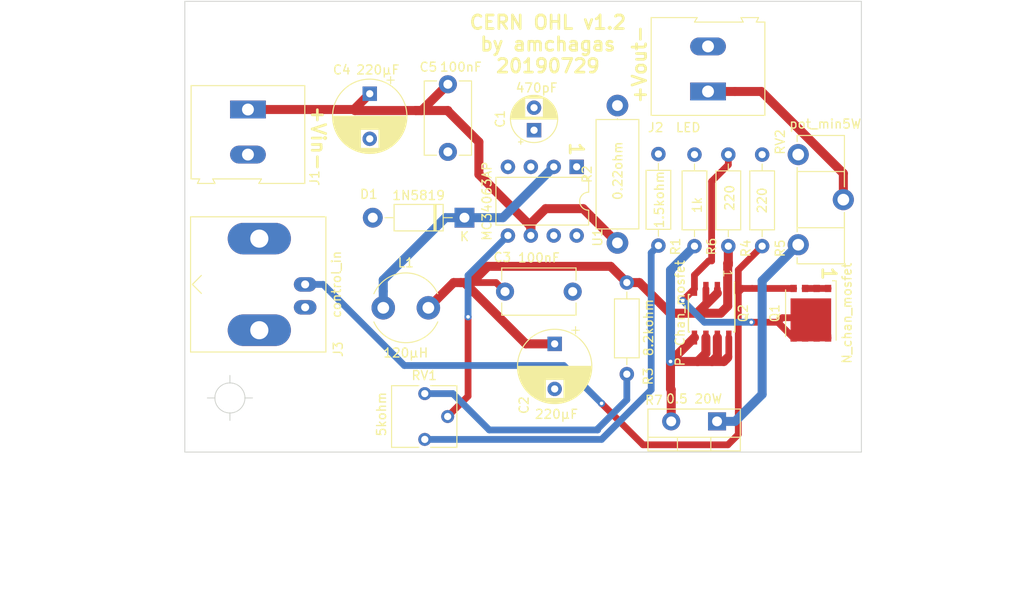
<source format=kicad_pcb>

(kicad_pcb
  (version 20171130)
  (host pcbnew 5.0.2-bee76a0~70~ubuntu18.04.1)
  (general
    (thickness 1.6)
    (drawings 13)
    (tracks 139)
    (zones 0)
    (modules 26)
    (nets 15))
  (page A4)
  (layers
    (0 F.Cu signal)
    (31 B.Cu signal)
    (32 B.Adhes user)
    (33 F.Adhes user)
    (34 B.Paste user)
    (35 F.Paste user)
    (36 B.SilkS user)
    (37 F.SilkS user)
    (38 B.Mask user)
    (39 F.Mask user)
    (40 Dwgs.User user)
    (41 Cmts.User user)
    (42 Eco1.User user)
    (43 Eco2.User user)
    (44 Edge.Cuts user)
    (45 Margin user)
    (46 B.CrtYd user)
    (47 F.CrtYd user)
    (48 B.Fab user)
    (49 F.Fab user))
  (setup
    (last_trace_width 0.25)
    (trace_clearance 0.2)
    (zone_clearance 0.508)
    (zone_45_only no)
    (trace_min 0.2)
    (segment_width 0.2)
    (edge_width 0.1)
    (via_size 0.8)
    (via_drill 0.4)
    (via_min_size 0.4)
    (via_min_drill 0.3)
    (uvia_size 0.3)
    (uvia_drill 0.1)
    (uvias_allowed no)
    (uvia_min_size 0.2)
    (uvia_min_drill 0.1)
    (pcb_text_width 0.3)
    (pcb_text_size 1.5 1.5)
    (mod_edge_width 0.15)
    (mod_text_size 1 1)
    (mod_text_width 0.15)
    (pad_size 1.5 1.5)
    (pad_drill 0.6)
    (pad_to_mask_clearance 0)
    (solder_mask_min_width 0.25)
    (aux_axis_origin 91 97)
    (visible_elements FFFFFF7F)
    (pcbplotparams
      (layerselection 0x3ffff_ffffffff)
      (usegerberextensions false)
      (usegerberattributes false)
      (usegerberadvancedattributes false)
      (creategerberjobfile false)
      (excludeedgelayer true)
      (linewidth 0.1)
      (plotframeref false)
      (viasonmask false)
      (mode 1)
      (useauxorigin false)
      (hpglpennumber 1)
      (hpglpenspeed 20)
      (hpglpendiameter 15.0)
      (psnegative false)
      (psa4output false)
      (plotreference true)
      (plotvalue true)
      (plotinvisibletext false)
      (padsonsilk false)
      (subtractmaskfromsilk false)
      (outputformat 1)
      (mirror false)
      (drillshape 0)
      (scaleselection 1)
      (outputdirectory "gerber/")))
  (net 0 "")
  (net 1 GND)
  (net 2 "Net-(J2-Pad1)")
  (net 3 "Net-(Q1-Pad5)")
  (net 4 "Net-(Q2-Pad5)")
  (net 5 "Net-(C1-Pad1)")
  (net 6 "Net-(C2-Pad1)")
  (net 7 VDD)
  (net 8 "Net-(D1-Pad1)")
  (net 9 "Net-(J3-Pad1)")
  (net 10 "Net-(R1-Pad1)")
  (net 11 "Net-(R2-Pad2)")
  (net 12 "Net-(R3-Pad2)")
  (net 13 "Net-(R7-Pad1)")
  (net 14 "Net-(RV1-Pad2)")
  (net_class Default "This is the default net class."
    (clearance 0.2)
    (trace_width 0.25)
    (via_dia 0.8)
    (via_drill 0.4)
    (uvia_dia 0.3)
    (uvia_drill 0.1))
  (net_class power_line ""
    (clearance 0.3)
    (trace_width 1)
    (via_dia 0.8)
    (via_drill 0.4)
    (uvia_dia 0.3)
    (uvia_drill 0.1)
    (add_net "Net-(C2-Pad1)")
    (add_net "Net-(D1-Pad1)")
    (add_net "Net-(J2-Pad1)")
    (add_net "Net-(Q2-Pad5)")
    (add_net "Net-(R7-Pad1)")
    (add_net VDD))
  (net_class thick ""
    (clearance 0.3)
    (trace_width 0.75)
    (via_dia 0.8)
    (via_drill 0.4)
    (uvia_dia 0.3)
    (uvia_drill 0.1)
    (add_net GND)
    (add_net "Net-(C1-Pad1)")
    (add_net "Net-(J3-Pad1)")
    (add_net "Net-(Q1-Pad5)")
    (add_net "Net-(R1-Pad1)")
    (add_net "Net-(R2-Pad2)")
    (add_net "Net-(R3-Pad2)")
    (add_net "Net-(RV1-Pad2)"))
  (module Capacitor_THT:CP_Radial_D5.0mm_P2.50mm
    (layer F.Cu)
    (tedit 5D25FDE8)
    (tstamp 5D2C5448)
    (at 124.714 67.2968 90)
    (descr "CP, Radial series, Radial, pin pitch=2.50mm, , diameter=5mm, Electrolytic Capacitor")
    (tags "CP Radial series Radial pin pitch 2.50mm  diameter 5mm Electrolytic Capacitor")
    (path /5D204DAA)
    (fp_text reference C1
      (at 1.25 -3.75 90)
      (layer F.SilkS)
      (effects
        (font
          (size 1 1)
          (thickness 0.15))))
    (fp_text value 470pF
      (at 4.6968 0.286 180)
      (layer F.SilkS)
      (effects
        (font
          (size 1 1)
          (thickness 0.15))))
    (fp_text user %R
      (at 1.25 0 90)
      (layer F.Fab)
      (effects
        (font
          (size 1 1)
          (thickness 0.15))))
    (fp_circle
      (center 1.25 0)
      (end 3.75 0)
      (layer F.Fab)
      (width 0.1))
    (fp_circle
      (center 1.25 0)
      (end 3.87 0)
      (layer F.SilkS)
      (width 0.12))
    (fp_circle
      (center 1.25 0)
      (end 4 0)
      (layer F.CrtYd)
      (width 0.05))
    (fp_line
      (start -0.883605 -1.0875)
      (end -0.383605 -1.0875)
      (layer F.Fab)
      (width 0.1))
    (fp_line
      (start -0.633605 -1.3375)
      (end -0.633605 -0.8375)
      (layer F.Fab)
      (width 0.1))
    (fp_line
      (start 1.25 -2.58)
      (end 1.25 2.58)
      (layer F.SilkS)
      (width 0.12))
    (fp_line
      (start 1.29 -2.58)
      (end 1.29 2.58)
      (layer F.SilkS)
      (width 0.12))
    (fp_line
      (start 1.33 -2.579)
      (end 1.33 2.579)
      (layer F.SilkS)
      (width 0.12))
    (fp_line
      (start 1.37 -2.578)
      (end 1.37 2.578)
      (layer F.SilkS)
      (width 0.12))
    (fp_line
      (start 1.41 -2.576)
      (end 1.41 2.576)
      (layer F.SilkS)
      (width 0.12))
    (fp_line
      (start 1.45 -2.573)
      (end 1.45 2.573)
      (layer F.SilkS)
      (width 0.12))
    (fp_line
      (start 1.49 -2.569)
      (end 1.49 -1.04)
      (layer F.SilkS)
      (width 0.12))
    (fp_line
      (start 1.49 1.04)
      (end 1.49 2.569)
      (layer F.SilkS)
      (width 0.12))
    (fp_line
      (start 1.53 -2.565)
      (end 1.53 -1.04)
      (layer F.SilkS)
      (width 0.12))
    (fp_line
      (start 1.53 1.04)
      (end 1.53 2.565)
      (layer F.SilkS)
      (width 0.12))
    (fp_line
      (start 1.57 -2.561)
      (end 1.57 -1.04)
      (layer F.SilkS)
      (width 0.12))
    (fp_line
      (start 1.57 1.04)
      (end 1.57 2.561)
      (layer F.SilkS)
      (width 0.12))
    (fp_line
      (start 1.61 -2.556)
      (end 1.61 -1.04)
      (layer F.SilkS)
      (width 0.12))
    (fp_line
      (start 1.61 1.04)
      (end 1.61 2.556)
      (layer F.SilkS)
      (width 0.12))
    (fp_line
      (start 1.65 -2.55)
      (end 1.65 -1.04)
      (layer F.SilkS)
      (width 0.12))
    (fp_line
      (start 1.65 1.04)
      (end 1.65 2.55)
      (layer F.SilkS)
      (width 0.12))
    (fp_line
      (start 1.69 -2.543)
      (end 1.69 -1.04)
      (layer F.SilkS)
      (width 0.12))
    (fp_line
      (start 1.69 1.04)
      (end 1.69 2.543)
      (layer F.SilkS)
      (width 0.12))
    (fp_line
      (start 1.73 -2.536)
      (end 1.73 -1.04)
      (layer F.SilkS)
      (width 0.12))
    (fp_line
      (start 1.73 1.04)
      (end 1.73 2.536)
      (layer F.SilkS)
      (width 0.12))
    (fp_line
      (start 1.77 -2.528)
      (end 1.77 -1.04)
      (layer F.SilkS)
      (width 0.12))
    (fp_line
      (start 1.77 1.04)
      (end 1.77 2.528)
      (layer F.SilkS)
      (width 0.12))
    (fp_line
      (start 1.81 -2.52)
      (end 1.81 -1.04)
      (layer F.SilkS)
      (width 0.12))
    (fp_line
      (start 1.81 1.04)
      (end 1.81 2.52)
      (layer F.SilkS)
      (width 0.12))
    (fp_line
      (start 1.85 -2.511)
      (end 1.85 -1.04)
      (layer F.SilkS)
      (width 0.12))
    (fp_line
      (start 1.85 1.04)
      (end 1.85 2.511)
      (layer F.SilkS)
      (width 0.12))
    (fp_line
      (start 1.89 -2.501)
      (end 1.89 -1.04)
      (layer F.SilkS)
      (width 0.12))
    (fp_line
      (start 1.89 1.04)
      (end 1.89 2.501)
      (layer F.SilkS)
      (width 0.12))
    (fp_line
      (start 1.93 -2.491)
      (end 1.93 -1.04)
      (layer F.SilkS)
      (width 0.12))
    (fp_line
      (start 1.93 1.04)
      (end 1.93 2.491)
      (layer F.SilkS)
      (width 0.12))
    (fp_line
      (start 1.971 -2.48)
      (end 1.971 -1.04)
      (layer F.SilkS)
      (width 0.12))
    (fp_line
      (start 1.971 1.04)
      (end 1.971 2.48)
      (layer F.SilkS)
      (width 0.12))
    (fp_line
      (start 2.011 -2.468)
      (end 2.011 -1.04)
      (layer F.SilkS)
      (width 0.12))
    (fp_line
      (start 2.011 1.04)
      (end 2.011 2.468)
      (layer F.SilkS)
      (width 0.12))
    (fp_line
      (start 2.051 -2.455)
      (end 2.051 -1.04)
      (layer F.SilkS)
      (width 0.12))
    (fp_line
      (start 2.051 1.04)
      (end 2.051 2.455)
      (layer F.SilkS)
      (width 0.12))
    (fp_line
      (start 2.091 -2.442)
      (end 2.091 -1.04)
      (layer F.SilkS)
      (width 0.12))
    (fp_line
      (start 2.091 1.04)
      (end 2.091 2.442)
      (layer F.SilkS)
      (width 0.12))
    (fp_line
      (start 2.131 -2.428)
      (end 2.131 -1.04)
      (layer F.SilkS)
      (width 0.12))
    (fp_line
      (start 2.131 1.04)
      (end 2.131 2.428)
      (layer F.SilkS)
      (width 0.12))
    (fp_line
      (start 2.171 -2.414)
      (end 2.171 -1.04)
      (layer F.SilkS)
      (width 0.12))
    (fp_line
      (start 2.171 1.04)
      (end 2.171 2.414)
      (layer F.SilkS)
      (width 0.12))
    (fp_line
      (start 2.211 -2.398)
      (end 2.211 -1.04)
      (layer F.SilkS)
      (width 0.12))
    (fp_line
      (start 2.211 1.04)
      (end 2.211 2.398)
      (layer F.SilkS)
      (width 0.12))
    (fp_line
      (start 2.251 -2.382)
      (end 2.251 -1.04)
      (layer F.SilkS)
      (width 0.12))
    (fp_line
      (start 2.251 1.04)
      (end 2.251 2.382)
      (layer F.SilkS)
      (width 0.12))
    (fp_line
      (start 2.291 -2.365)
      (end 2.291 -1.04)
      (layer F.SilkS)
      (width 0.12))
    (fp_line
      (start 2.291 1.04)
      (end 2.291 2.365)
      (layer F.SilkS)
      (width 0.12))
    (fp_line
      (start 2.331 -2.348)
      (end 2.331 -1.04)
      (layer F.SilkS)
      (width 0.12))
    (fp_line
      (start 2.331 1.04)
      (end 2.331 2.348)
      (layer F.SilkS)
      (width 0.12))
    (fp_line
      (start 2.371 -2.329)
      (end 2.371 -1.04)
      (layer F.SilkS)
      (width 0.12))
    (fp_line
      (start 2.371 1.04)
      (end 2.371 2.329)
      (layer F.SilkS)
      (width 0.12))
    (fp_line
      (start 2.411 -2.31)
      (end 2.411 -1.04)
      (layer F.SilkS)
      (width 0.12))
    (fp_line
      (start 2.411 1.04)
      (end 2.411 2.31)
      (layer F.SilkS)
      (width 0.12))
    (fp_line
      (start 2.451 -2.29)
      (end 2.451 -1.04)
      (layer F.SilkS)
      (width 0.12))
    (fp_line
      (start 2.451 1.04)
      (end 2.451 2.29)
      (layer F.SilkS)
      (width 0.12))
    (fp_line
      (start 2.491 -2.268)
      (end 2.491 -1.04)
      (layer F.SilkS)
      (width 0.12))
    (fp_line
      (start 2.491 1.04)
      (end 2.491 2.268)
      (layer F.SilkS)
      (width 0.12))
    (fp_line
      (start 2.531 -2.247)
      (end 2.531 -1.04)
      (layer F.SilkS)
      (width 0.12))
    (fp_line
      (start 2.531 1.04)
      (end 2.531 2.247)
      (layer F.SilkS)
      (width 0.12))
    (fp_line
      (start 2.571 -2.224)
      (end 2.571 -1.04)
      (layer F.SilkS)
      (width 0.12))
    (fp_line
      (start 2.571 1.04)
      (end 2.571 2.224)
      (layer F.SilkS)
      (width 0.12))
    (fp_line
      (start 2.611 -2.2)
      (end 2.611 -1.04)
      (layer F.SilkS)
      (width 0.12))
    (fp_line
      (start 2.611 1.04)
      (end 2.611 2.2)
      (layer F.SilkS)
      (width 0.12))
    (fp_line
      (start 2.651 -2.175)
      (end 2.651 -1.04)
      (layer F.SilkS)
      (width 0.12))
    (fp_line
      (start 2.651 1.04)
      (end 2.651 2.175)
      (layer F.SilkS)
      (width 0.12))
    (fp_line
      (start 2.691 -2.149)
      (end 2.691 -1.04)
      (layer F.SilkS)
      (width 0.12))
    (fp_line
      (start 2.691 1.04)
      (end 2.691 2.149)
      (layer F.SilkS)
      (width 0.12))
    (fp_line
      (start 2.731 -2.122)
      (end 2.731 -1.04)
      (layer F.SilkS)
      (width 0.12))
    (fp_line
      (start 2.731 1.04)
      (end 2.731 2.122)
      (layer F.SilkS)
      (width 0.12))
    (fp_line
      (start 2.771 -2.095)
      (end 2.771 -1.04)
      (layer F.SilkS)
      (width 0.12))
    (fp_line
      (start 2.771 1.04)
      (end 2.771 2.095)
      (layer F.SilkS)
      (width 0.12))
    (fp_line
      (start 2.811 -2.065)
      (end 2.811 -1.04)
      (layer F.SilkS)
      (width 0.12))
    (fp_line
      (start 2.811 1.04)
      (end 2.811 2.065)
      (layer F.SilkS)
      (width 0.12))
    (fp_line
      (start 2.851 -2.035)
      (end 2.851 -1.04)
      (layer F.SilkS)
      (width 0.12))
    (fp_line
      (start 2.851 1.04)
      (end 2.851 2.035)
      (layer F.SilkS)
      (width 0.12))
    (fp_line
      (start 2.891 -2.004)
      (end 2.891 -1.04)
      (layer F.SilkS)
      (width 0.12))
    (fp_line
      (start 2.891 1.04)
      (end 2.891 2.004)
      (layer F.SilkS)
      (width 0.12))
    (fp_line
      (start 2.931 -1.971)
      (end 2.931 -1.04)
      (layer F.SilkS)
      (width 0.12))
    (fp_line
      (start 2.931 1.04)
      (end 2.931 1.971)
      (layer F.SilkS)
      (width 0.12))
    (fp_line
      (start 2.971 -1.937)
      (end 2.971 -1.04)
      (layer F.SilkS)
      (width 0.12))
    (fp_line
      (start 2.971 1.04)
      (end 2.971 1.937)
      (layer F.SilkS)
      (width 0.12))
    (fp_line
      (start 3.011 -1.901)
      (end 3.011 -1.04)
      (layer F.SilkS)
      (width 0.12))
    (fp_line
      (start 3.011 1.04)
      (end 3.011 1.901)
      (layer F.SilkS)
      (width 0.12))
    (fp_line
      (start 3.051 -1.864)
      (end 3.051 -1.04)
      (layer F.SilkS)
      (width 0.12))
    (fp_line
      (start 3.051 1.04)
      (end 3.051 1.864)
      (layer F.SilkS)
      (width 0.12))
    (fp_line
      (start 3.091 -1.826)
      (end 3.091 -1.04)
      (layer F.SilkS)
      (width 0.12))
    (fp_line
      (start 3.091 1.04)
      (end 3.091 1.826)
      (layer F.SilkS)
      (width 0.12))
    (fp_line
      (start 3.131 -1.785)
      (end 3.131 -1.04)
      (layer F.SilkS)
      (width 0.12))
    (fp_line
      (start 3.131 1.04)
      (end 3.131 1.785)
      (layer F.SilkS)
      (width 0.12))
    (fp_line
      (start 3.171 -1.743)
      (end 3.171 -1.04)
      (layer F.SilkS)
      (width 0.12))
    (fp_line
      (start 3.171 1.04)
      (end 3.171 1.743)
      (layer F.SilkS)
      (width 0.12))
    (fp_line
      (start 3.211 -1.699)
      (end 3.211 -1.04)
      (layer F.SilkS)
      (width 0.12))
    (fp_line
      (start 3.211 1.04)
      (end 3.211 1.699)
      (layer F.SilkS)
      (width 0.12))
    (fp_line
      (start 3.251 -1.653)
      (end 3.251 -1.04)
      (layer F.SilkS)
      (width 0.12))
    (fp_line
      (start 3.251 1.04)
      (end 3.251 1.653)
      (layer F.SilkS)
      (width 0.12))
    (fp_line
      (start 3.291 -1.605)
      (end 3.291 -1.04)
      (layer F.SilkS)
      (width 0.12))
    (fp_line
      (start 3.291 1.04)
      (end 3.291 1.605)
      (layer F.SilkS)
      (width 0.12))
    (fp_line
      (start 3.331 -1.554)
      (end 3.331 -1.04)
      (layer F.SilkS)
      (width 0.12))
    (fp_line
      (start 3.331 1.04)
      (end 3.331 1.554)
      (layer F.SilkS)
      (width 0.12))
    (fp_line
      (start 3.371 -1.5)
      (end 3.371 -1.04)
      (layer F.SilkS)
      (width 0.12))
    (fp_line
      (start 3.371 1.04)
      (end 3.371 1.5)
      (layer F.SilkS)
      (width 0.12))
    (fp_line
      (start 3.411 -1.443)
      (end 3.411 -1.04)
      (layer F.SilkS)
      (width 0.12))
    (fp_line
      (start 3.411 1.04)
      (end 3.411 1.443)
      (layer F.SilkS)
      (width 0.12))
    (fp_line
      (start 3.451 -1.383)
      (end 3.451 -1.04)
      (layer F.SilkS)
      (width 0.12))
    (fp_line
      (start 3.451 1.04)
      (end 3.451 1.383)
      (layer F.SilkS)
      (width 0.12))
    (fp_line
      (start 3.491 -1.319)
      (end 3.491 -1.04)
      (layer F.SilkS)
      (width 0.12))
    (fp_line
      (start 3.491 1.04)
      (end 3.491 1.319)
      (layer F.SilkS)
      (width 0.12))
    (fp_line
      (start 3.531 -1.251)
      (end 3.531 -1.04)
      (layer F.SilkS)
      (width 0.12))
    (fp_line
      (start 3.531 1.04)
      (end 3.531 1.251)
      (layer F.SilkS)
      (width 0.12))
    (fp_line
      (start 3.571 -1.178)
      (end 3.571 1.178)
      (layer F.SilkS)
      (width 0.12))
    (fp_line
      (start 3.611 -1.098)
      (end 3.611 1.098)
      (layer F.SilkS)
      (width 0.12))
    (fp_line
      (start 3.651 -1.011)
      (end 3.651 1.011)
      (layer F.SilkS)
      (width 0.12))
    (fp_line
      (start 3.691 -0.915)
      (end 3.691 0.915)
      (layer F.SilkS)
      (width 0.12))
    (fp_line
      (start 3.731 -0.805)
      (end 3.731 0.805)
      (layer F.SilkS)
      (width 0.12))
    (fp_line
      (start 3.771 -0.677)
      (end 3.771 0.677)
      (layer F.SilkS)
      (width 0.12))
    (fp_line
      (start 3.811 -0.518)
      (end 3.811 0.518)
      (layer F.SilkS)
      (width 0.12))
    (fp_line
      (start 3.851 -0.284)
      (end 3.851 0.284)
      (layer F.SilkS)
      (width 0.12))
    (fp_line
      (start -1.554775 -1.475)
      (end -1.054775 -1.475)
      (layer F.SilkS)
      (width 0.12))
    (fp_line
      (start -1.304775 -1.725)
      (end -1.304775 -1.225)
      (layer F.SilkS)
      (width 0.12))
    (pad 1 thru_hole rect
      (at 0 0 90)
      (size 1.6 1.6)
      (drill 0.8)
      (layers *.Cu *.Mask))
    (pad 2 thru_hole circle
      (at 2.5 0 90)
      (size 1.6 1.6)
      (drill 0.8)
      (layers *.Cu *.Mask))
    (model ${KISYS3DMOD}/Capacitor_THT.3dshapes/CP_Radial_D5.0mm_P2.50mm.wrl
      (at
        (xyz 0 0 0))
      (scale
        (xyz 1 1 1))
      (rotate
        (xyz 0 0 0))))
  (module Capacitor_THT:CP_Radial_D8.0mm_P5.00mm
    (layer F.Cu)
    (tedit 5D25FD50)
    (tstamp 5D2C54F1)
    (at 127 91 270)
    (descr "CP, Radial series, Radial, pin pitch=5.00mm, , diameter=8mm, Electrolytic Capacitor")
    (tags "CP Radial series Radial pin pitch 5.00mm  diameter 8mm Electrolytic Capacitor")
    (path /5D216679)
    (fp_text reference C2
      (at 6.8 3.4 270)
      (layer F.SilkS)
      (effects
        (font
          (size 1 1)
          (thickness 0.15))))
    (fp_text value 220µF
      (at 7.8 -0.2)
      (layer F.SilkS)
      (effects
        (font
          (size 1 1)
          (thickness 0.15))))
    (fp_text user %R
      (at 2.5 0 270)
      (layer F.Fab)
      (effects
        (font
          (size 1 1)
          (thickness 0.15))))
    (fp_circle
      (center 2.5 0)
      (end 6.5 0)
      (layer F.Fab)
      (width 0.1))
    (fp_circle
      (center 2.5 0)
      (end 6.62 0)
      (layer F.SilkS)
      (width 0.12))
    (fp_circle
      (center 2.5 0)
      (end 6.75 0)
      (layer F.CrtYd)
      (width 0.05))
    (fp_line
      (start -0.926759 -1.7475)
      (end -0.126759 -1.7475)
      (layer F.Fab)
      (width 0.1))
    (fp_line
      (start -0.526759 -2.1475)
      (end -0.526759 -1.3475)
      (layer F.Fab)
      (width 0.1))
    (fp_line
      (start 2.5 -4.08)
      (end 2.5 4.08)
      (layer F.SilkS)
      (width 0.12))
    (fp_line
      (start 2.54 -4.08)
      (end 2.54 4.08)
      (layer F.SilkS)
      (width 0.12))
    (fp_line
      (start 2.58 -4.08)
      (end 2.58 4.08)
      (layer F.SilkS)
      (width 0.12))
    (fp_line
      (start 2.62 -4.079)
      (end 2.62 4.079)
      (layer F.SilkS)
      (width 0.12))
    (fp_line
      (start 2.66 -4.077)
      (end 2.66 4.077)
      (layer F.SilkS)
      (width 0.12))
    (fp_line
      (start 2.7 -4.076)
      (end 2.7 4.076)
      (layer F.SilkS)
      (width 0.12))
    (fp_line
      (start 2.74 -4.074)
      (end 2.74 4.074)
      (layer F.SilkS)
      (width 0.12))
    (fp_line
      (start 2.78 -4.071)
      (end 2.78 4.071)
      (layer F.SilkS)
      (width 0.12))
    (fp_line
      (start 2.82 -4.068)
      (end 2.82 4.068)
      (layer F.SilkS)
      (width 0.12))
    (fp_line
      (start 2.86 -4.065)
      (end 2.86 4.065)
      (layer F.SilkS)
      (width 0.12))
    (fp_line
      (start 2.9 -4.061)
      (end 2.9 4.061)
      (layer F.SilkS)
      (width 0.12))
    (fp_line
      (start 2.94 -4.057)
      (end 2.94 4.057)
      (layer F.SilkS)
      (width 0.12))
    (fp_line
      (start 2.98 -4.052)
      (end 2.98 4.052)
      (layer F.SilkS)
      (width 0.12))
    (fp_line
      (start 3.02 -4.048)
      (end 3.02 4.048)
      (layer F.SilkS)
      (width 0.12))
    (fp_line
      (start 3.06 -4.042)
      (end 3.06 4.042)
      (layer F.SilkS)
      (width 0.12))
    (fp_line
      (start 3.1 -4.037)
      (end 3.1 4.037)
      (layer F.SilkS)
      (width 0.12))
    (fp_line
      (start 3.14 -4.03)
      (end 3.14 4.03)
      (layer F.SilkS)
      (width 0.12))
    (fp_line
      (start 3.18 -4.024)
      (end 3.18 4.024)
      (layer F.SilkS)
      (width 0.12))
    (fp_line
      (start 3.221 -4.017)
      (end 3.221 4.017)
      (layer F.SilkS)
      (width 0.12))
    (fp_line
      (start 3.261 -4.01)
      (end 3.261 4.01)
      (layer F.SilkS)
      (width 0.12))
    (fp_line
      (start 3.301 -4.002)
      (end 3.301 4.002)
      (layer F.SilkS)
      (width 0.12))
    (fp_line
      (start 3.341 -3.994)
      (end 3.341 3.994)
      (layer F.SilkS)
      (width 0.12))
    (fp_line
      (start 3.381 -3.985)
      (end 3.381 3.985)
      (layer F.SilkS)
      (width 0.12))
    (fp_line
      (start 3.421 -3.976)
      (end 3.421 3.976)
      (layer F.SilkS)
      (width 0.12))
    (fp_line
      (start 3.461 -3.967)
      (end 3.461 3.967)
      (layer F.SilkS)
      (width 0.12))
    (fp_line
      (start 3.501 -3.957)
      (end 3.501 3.957)
      (layer F.SilkS)
      (width 0.12))
    (fp_line
      (start 3.541 -3.947)
      (end 3.541 3.947)
      (layer F.SilkS)
      (width 0.12))
    (fp_line
      (start 3.581 -3.936)
      (end 3.581 3.936)
      (layer F.SilkS)
      (width 0.12))
    (fp_line
      (start 3.621 -3.925)
      (end 3.621 3.925)
      (layer F.SilkS)
      (width 0.12))
    (fp_line
      (start 3.661 -3.914)
      (end 3.661 3.914)
      (layer F.SilkS)
      (width 0.12))
    (fp_line
      (start 3.701 -3.902)
      (end 3.701 3.902)
      (layer F.SilkS)
      (width 0.12))
    (fp_line
      (start 3.741 -3.889)
      (end 3.741 3.889)
      (layer F.SilkS)
      (width 0.12))
    (fp_line
      (start 3.781 -3.877)
      (end 3.781 3.877)
      (layer F.SilkS)
      (width 0.12))
    (fp_line
      (start 3.821 -3.863)
      (end 3.821 3.863)
      (layer F.SilkS)
      (width 0.12))
    (fp_line
      (start 3.861 -3.85)
      (end 3.861 3.85)
      (layer F.SilkS)
      (width 0.12))
    (fp_line
      (start 3.901 -3.835)
      (end 3.901 3.835)
      (layer F.SilkS)
      (width 0.12))
    (fp_line
      (start 3.941 -3.821)
      (end 3.941 3.821)
      (layer F.SilkS)
      (width 0.12))
    (fp_line
      (start 3.981 -3.805)
      (end 3.981 -1.04)
      (layer F.SilkS)
      (width 0.12))
    (fp_line
      (start 3.981 1.04)
      (end 3.981 3.805)
      (layer F.SilkS)
      (width 0.12))
    (fp_line
      (start 4.021 -3.79)
      (end 4.021 -1.04)
      (layer F.SilkS)
      (width 0.12))
    (fp_line
      (start 4.021 1.04)
      (end 4.021 3.79)
      (layer F.SilkS)
      (width 0.12))
    (fp_line
      (start 4.061 -3.774)
      (end 4.061 -1.04)
      (layer F.SilkS)
      (width 0.12))
    (fp_line
      (start 4.061 1.04)
      (end 4.061 3.774)
      (layer F.SilkS)
      (width 0.12))
    (fp_line
      (start 4.101 -3.757)
      (end 4.101 -1.04)
      (layer F.SilkS)
      (width 0.12))
    (fp_line
      (start 4.101 1.04)
      (end 4.101 3.757)
      (layer F.SilkS)
      (width 0.12))
    (fp_line
      (start 4.141 -3.74)
      (end 4.141 -1.04)
      (layer F.SilkS)
      (width 0.12))
    (fp_line
      (start 4.141 1.04)
      (end 4.141 3.74)
      (layer F.SilkS)
      (width 0.12))
    (fp_line
      (start 4.181 -3.722)
      (end 4.181 -1.04)
      (layer F.SilkS)
      (width 0.12))
    (fp_line
      (start 4.181 1.04)
      (end 4.181 3.722)
      (layer F.SilkS)
      (width 0.12))
    (fp_line
      (start 4.221 -3.704)
      (end 4.221 -1.04)
      (layer F.SilkS)
      (width 0.12))
    (fp_line
      (start 4.221 1.04)
      (end 4.221 3.704)
      (layer F.SilkS)
      (width 0.12))
    (fp_line
      (start 4.261 -3.686)
      (end 4.261 -1.04)
      (layer F.SilkS)
      (width 0.12))
    (fp_line
      (start 4.261 1.04)
      (end 4.261 3.686)
      (layer F.SilkS)
      (width 0.12))
    (fp_line
      (start 4.301 -3.666)
      (end 4.301 -1.04)
      (layer F.SilkS)
      (width 0.12))
    (fp_line
      (start 4.301 1.04)
      (end 4.301 3.666)
      (layer F.SilkS)
      (width 0.12))
    (fp_line
      (start 4.341 -3.647)
      (end 4.341 -1.04)
      (layer F.SilkS)
      (width 0.12))
    (fp_line
      (start 4.341 1.04)
      (end 4.341 3.647)
      (layer F.SilkS)
      (width 0.12))
    (fp_line
      (start 4.381 -3.627)
      (end 4.381 -1.04)
      (layer F.SilkS)
      (width 0.12))
    (fp_line
      (start 4.381 1.04)
      (end 4.381 3.627)
      (layer F.SilkS)
      (width 0.12))
    (fp_line
      (start 4.421 -3.606)
      (end 4.421 -1.04)
      (layer F.SilkS)
      (width 0.12))
    (fp_line
      (start 4.421 1.04)
      (end 4.421 3.606)
      (layer F.SilkS)
      (width 0.12))
    (fp_line
      (start 4.461 -3.584)
      (end 4.461 -1.04)
      (layer F.SilkS)
      (width 0.12))
    (fp_line
      (start 4.461 1.04)
      (end 4.461 3.584)
      (layer F.SilkS)
      (width 0.12))
    (fp_line
      (start 4.501 -3.562)
      (end 4.501 -1.04)
      (layer F.SilkS)
      (width 0.12))
    (fp_line
      (start 4.501 1.04)
      (end 4.501 3.562)
      (layer F.SilkS)
      (width 0.12))
    (fp_line
      (start 4.541 -3.54)
      (end 4.541 -1.04)
      (layer F.SilkS)
      (width 0.12))
    (fp_line
      (start 4.541 1.04)
      (end 4.541 3.54)
      (layer F.SilkS)
      (width 0.12))
    (fp_line
      (start 4.581 -3.517)
      (end 4.581 -1.04)
      (layer F.SilkS)
      (width 0.12))
    (fp_line
      (start 4.581 1.04)
      (end 4.581 3.517)
      (layer F.SilkS)
      (width 0.12))
    (fp_line
      (start 4.621 -3.493)
      (end 4.621 -1.04)
      (layer F.SilkS)
      (width 0.12))
    (fp_line
      (start 4.621 1.04)
      (end 4.621 3.493)
      (layer F.SilkS)
      (width 0.12))
    (fp_line
      (start 4.661 -3.469)
      (end 4.661 -1.04)
      (layer F.SilkS)
      (width 0.12))
    (fp_line
      (start 4.661 1.04)
      (end 4.661 3.469)
      (layer F.SilkS)
      (width 0.12))
    (fp_line
      (start 4.701 -3.444)
      (end 4.701 -1.04)
      (layer F.SilkS)
      (width 0.12))
    (fp_line
      (start 4.701 1.04)
      (end 4.701 3.444)
      (layer F.SilkS)
      (width 0.12))
    (fp_line
      (start 4.741 -3.418)
      (end 4.741 -1.04)
      (layer F.SilkS)
      (width 0.12))
    (fp_line
      (start 4.741 1.04)
      (end 4.741 3.418)
      (layer F.SilkS)
      (width 0.12))
    (fp_line
      (start 4.781 -3.392)
      (end 4.781 -1.04)
      (layer F.SilkS)
      (width 0.12))
    (fp_line
      (start 4.781 1.04)
      (end 4.781 3.392)
      (layer F.SilkS)
      (width 0.12))
    (fp_line
      (start 4.821 -3.365)
      (end 4.821 -1.04)
      (layer F.SilkS)
      (width 0.12))
    (fp_line
      (start 4.821 1.04)
      (end 4.821 3.365)
      (layer F.SilkS)
      (width 0.12))
    (fp_line
      (start 4.861 -3.338)
      (end 4.861 -1.04)
      (layer F.SilkS)
      (width 0.12))
    (fp_line
      (start 4.861 1.04)
      (end 4.861 3.338)
      (layer F.SilkS)
      (width 0.12))
    (fp_line
      (start 4.901 -3.309)
      (end 4.901 -1.04)
      (layer F.SilkS)
      (width 0.12))
    (fp_line
      (start 4.901 1.04)
      (end 4.901 3.309)
      (layer F.SilkS)
      (width 0.12))
    (fp_line
      (start 4.941 -3.28)
      (end 4.941 -1.04)
      (layer F.SilkS)
      (width 0.12))
    (fp_line
      (start 4.941 1.04)
      (end 4.941 3.28)
      (layer F.SilkS)
      (width 0.12))
    (fp_line
      (start 4.981 -3.25)
      (end 4.981 -1.04)
      (layer F.SilkS)
      (width 0.12))
    (fp_line
      (start 4.981 1.04)
      (end 4.981 3.25)
      (layer F.SilkS)
      (width 0.12))
    (fp_line
      (start 5.021 -3.22)
      (end 5.021 -1.04)
      (layer F.SilkS)
      (width 0.12))
    (fp_line
      (start 5.021 1.04)
      (end 5.021 3.22)
      (layer F.SilkS)
      (width 0.12))
    (fp_line
      (start 5.061 -3.189)
      (end 5.061 -1.04)
      (layer F.SilkS)
      (width 0.12))
    (fp_line
      (start 5.061 1.04)
      (end 5.061 3.189)
      (layer F.SilkS)
      (width 0.12))
    (fp_line
      (start 5.101 -3.156)
      (end 5.101 -1.04)
      (layer F.SilkS)
      (width 0.12))
    (fp_line
      (start 5.101 1.04)
      (end 5.101 3.156)
      (layer F.SilkS)
      (width 0.12))
    (fp_line
      (start 5.141 -3.124)
      (end 5.141 -1.04)
      (layer F.SilkS)
      (width 0.12))
    (fp_line
      (start 5.141 1.04)
      (end 5.141 3.124)
      (layer F.SilkS)
      (width 0.12))
    (fp_line
      (start 5.181 -3.09)
      (end 5.181 -1.04)
      (layer F.SilkS)
      (width 0.12))
    (fp_line
      (start 5.181 1.04)
      (end 5.181 3.09)
      (layer F.SilkS)
      (width 0.12))
    (fp_line
      (start 5.221 -3.055)
      (end 5.221 -1.04)
      (layer F.SilkS)
      (width 0.12))
    (fp_line
      (start 5.221 1.04)
      (end 5.221 3.055)
      (layer F.SilkS)
      (width 0.12))
    (fp_line
      (start 5.261 -3.019)
      (end 5.261 -1.04)
      (layer F.SilkS)
      (width 0.12))
    (fp_line
      (start 5.261 1.04)
      (end 5.261 3.019)
      (layer F.SilkS)
      (width 0.12))
    (fp_line
      (start 5.301 -2.983)
      (end 5.301 -1.04)
      (layer F.SilkS)
      (width 0.12))
    (fp_line
      (start 5.301 1.04)
      (end 5.301 2.983)
      (layer F.SilkS)
      (width 0.12))
    (fp_line
      (start 5.341 -2.945)
      (end 5.341 -1.04)
      (layer F.SilkS)
      (width 0.12))
    (fp_line
      (start 5.341 1.04)
      (end 5.341 2.945)
      (layer F.SilkS)
      (width 0.12))
    (fp_line
      (start 5.381 -2.907)
      (end 5.381 -1.04)
      (layer F.SilkS)
      (width 0.12))
    (fp_line
      (start 5.381 1.04)
      (end 5.381 2.907)
      (layer F.SilkS)
      (width 0.12))
    (fp_line
      (start 5.421 -2.867)
      (end 5.421 -1.04)
      (layer F.SilkS)
      (width 0.12))
    (fp_line
      (start 5.421 1.04)
      (end 5.421 2.867)
      (layer F.SilkS)
      (width 0.12))
    (fp_line
      (start 5.461 -2.826)
      (end 5.461 -1.04)
      (layer F.SilkS)
      (width 0.12))
    (fp_line
      (start 5.461 1.04)
      (end 5.461 2.826)
      (layer F.SilkS)
      (width 0.12))
    (fp_line
      (start 5.501 -2.784)
      (end 5.501 -1.04)
      (layer F.SilkS)
      (width 0.12))
    (fp_line
      (start 5.501 1.04)
      (end 5.501 2.784)
      (layer F.SilkS)
      (width 0.12))
    (fp_line
      (start 5.541 -2.741)
      (end 5.541 -1.04)
      (layer F.SilkS)
      (width 0.12))
    (fp_line
      (start 5.541 1.04)
      (end 5.541 2.741)
      (layer F.SilkS)
      (width 0.12))
    (fp_line
      (start 5.581 -2.697)
      (end 5.581 -1.04)
      (layer F.SilkS)
      (width 0.12))
    (fp_line
      (start 5.581 1.04)
      (end 5.581 2.697)
      (layer F.SilkS)
      (width 0.12))
    (fp_line
      (start 5.621 -2.651)
      (end 5.621 -1.04)
      (layer F.SilkS)
      (width 0.12))
    (fp_line
      (start 5.621 1.04)
      (end 5.621 2.651)
      (layer F.SilkS)
      (width 0.12))
    (fp_line
      (start 5.661 -2.604)
      (end 5.661 -1.04)
      (layer F.SilkS)
      (width 0.12))
    (fp_line
      (start 5.661 1.04)
      (end 5.661 2.604)
      (layer F.SilkS)
      (width 0.12))
    (fp_line
      (start 5.701 -2.556)
      (end 5.701 -1.04)
      (layer F.SilkS)
      (width 0.12))
    (fp_line
      (start 5.701 1.04)
      (end 5.701 2.556)
      (layer F.SilkS)
      (width 0.12))
    (fp_line
      (start 5.741 -2.505)
      (end 5.741 -1.04)
      (layer F.SilkS)
      (width 0.12))
    (fp_line
      (start 5.741 1.04)
      (end 5.741 2.505)
      (layer F.SilkS)
      (width 0.12))
    (fp_line
      (start 5.781 -2.454)
      (end 5.781 -1.04)
      (layer F.SilkS)
      (width 0.12))
    (fp_line
      (start 5.781 1.04)
      (end 5.781 2.454)
      (layer F.SilkS)
      (width 0.12))
    (fp_line
      (start 5.821 -2.4)
      (end 5.821 -1.04)
      (layer F.SilkS)
      (width 0.12))
    (fp_line
      (start 5.821 1.04)
      (end 5.821 2.4)
      (layer F.SilkS)
      (width 0.12))
    (fp_line
      (start 5.861 -2.345)
      (end 5.861 -1.04)
      (layer F.SilkS)
      (width 0.12))
    (fp_line
      (start 5.861 1.04)
      (end 5.861 2.345)
      (layer F.SilkS)
      (width 0.12))
    (fp_line
      (start 5.901 -2.287)
      (end 5.901 -1.04)
      (layer F.SilkS)
      (width 0.12))
    (fp_line
      (start 5.901 1.04)
      (end 5.901 2.287)
      (layer F.SilkS)
      (width 0.12))
    (fp_line
      (start 5.941 -2.228)
      (end 5.941 -1.04)
      (layer F.SilkS)
      (width 0.12))
    (fp_line
      (start 5.941 1.04)
      (end 5.941 2.228)
      (layer F.SilkS)
      (width 0.12))
    (fp_line
      (start 5.981 -2.166)
      (end 5.981 -1.04)
      (layer F.SilkS)
      (width 0.12))
    (fp_line
      (start 5.981 1.04)
      (end 5.981 2.166)
      (layer F.SilkS)
      (width 0.12))
    (fp_line
      (start 6.021 -2.102)
      (end 6.021 -1.04)
      (layer F.SilkS)
      (width 0.12))
    (fp_line
      (start 6.021 1.04)
      (end 6.021 2.102)
      (layer F.SilkS)
      (width 0.12))
    (fp_line
      (start 6.061 -2.034)
      (end 6.061 2.034)
      (layer F.SilkS)
      (width 0.12))
    (fp_line
      (start 6.101 -1.964)
      (end 6.101 1.964)
      (layer F.SilkS)
      (width 0.12))
    (fp_line
      (start 6.141 -1.89)
      (end 6.141 1.89)
      (layer F.SilkS)
      (width 0.12))
    (fp_line
      (start 6.181 -1.813)
      (end 6.181 1.813)
      (layer F.SilkS)
      (width 0.12))
    (fp_line
      (start 6.221 -1.731)
      (end 6.221 1.731)
      (layer F.SilkS)
      (width 0.12))
    (fp_line
      (start 6.261 -1.645)
      (end 6.261 1.645)
      (layer F.SilkS)
      (width 0.12))
    (fp_line
      (start 6.301 -1.552)
      (end 6.301 1.552)
      (layer F.SilkS)
      (width 0.12))
    (fp_line
      (start 6.341 -1.453)
      (end 6.341 1.453)
      (layer F.SilkS)
      (width 0.12))
    (fp_line
      (start 6.381 -1.346)
      (end 6.381 1.346)
      (layer F.SilkS)
      (width 0.12))
    (fp_line
      (start 6.421 -1.229)
      (end 6.421 1.229)
      (layer F.SilkS)
      (width 0.12))
    (fp_line
      (start 6.461 -1.098)
      (end 6.461 1.098)
      (layer F.SilkS)
      (width 0.12))
    (fp_line
      (start 6.501 -0.948)
      (end 6.501 0.948)
      (layer F.SilkS)
      (width 0.12))
    (fp_line
      (start 6.541 -0.768)
      (end 6.541 0.768)
      (layer F.SilkS)
      (width 0.12))
    (fp_line
      (start 6.581 -0.533)
      (end 6.581 0.533)
      (layer F.SilkS)
      (width 0.12))
    (fp_line
      (start -1.909698 -2.315)
      (end -1.109698 -2.315)
      (layer F.SilkS)
      (width 0.12))
    (fp_line
      (start -1.509698 -2.715)
      (end -1.509698 -1.915)
      (layer F.SilkS)
      (width 0.12))
    (pad 1 thru_hole rect
      (at 0 0 270)
      (size 1.6 1.6)
      (drill 0.8)
      (layers *.Cu *.Mask)
      (net 6 "Net-(C2-Pad1)"))
    (pad 2 thru_hole circle
      (at 5 0 270)
      (size 1.6 1.6)
      (drill 0.8)
      (layers *.Cu *.Mask))
    (model ${KISYS3DMOD}/Capacitor_THT.3dshapes/CP_Radial_D8.0mm_P5.00mm.wrl
      (at
        (xyz 0 0 0))
      (scale
        (xyz 1 1 1))
      (rotate
        (xyz 0 0 0))))
  (module Capacitor_THT:C_Disc_D8.0mm_W5.0mm_P7.50mm
    (layer F.Cu)
    (tedit 5D25FD5D)
    (tstamp 5D2C5506)
    (at 129 85.2 180)
    (descr "C, Disc series, Radial, pin pitch=7.50mm, , diameter*width=8*5.0mm^2, Capacitor, http://www.vishay.com/docs/28535/vy2series.pdf")
    (tags "C Disc series Radial pin pitch 7.50mm  diameter 8mm width 5.0mm Capacitor")
    (path /5D21D811)
    (fp_text reference C3
      (at 7.8 3.8 180)
      (layer F.SilkS)
      (effects
        (font
          (size 1 1)
          (thickness 0.15))))
    (fp_text value 100nF
      (at 3.75 3.75 180)
      (layer F.SilkS)
      (effects
        (font
          (size 1 1)
          (thickness 0.15))))
    (fp_text user %R
      (at 3.75 0 180)
      (layer F.Fab)
      (effects
        (font
          (size 1 1)
          (thickness 0.15))))
    (fp_line
      (start -0.25 -2.5)
      (end -0.25 2.5)
      (layer F.Fab)
      (width 0.1))
    (fp_line
      (start -0.25 2.5)
      (end 7.75 2.5)
      (layer F.Fab)
      (width 0.1))
    (fp_line
      (start 7.75 2.5)
      (end 7.75 -2.5)
      (layer F.Fab)
      (width 0.1))
    (fp_line
      (start 7.75 -2.5)
      (end -0.25 -2.5)
      (layer F.Fab)
      (width 0.1))
    (fp_line
      (start -0.37 -2.62)
      (end 7.87 -2.62)
      (layer F.SilkS)
      (width 0.12))
    (fp_line
      (start -0.37 2.62)
      (end 7.87 2.62)
      (layer F.SilkS)
      (width 0.12))
    (fp_line
      (start -0.37 -2.62)
      (end -0.37 -1.256)
      (layer F.SilkS)
      (width 0.12))
    (fp_line
      (start -0.37 1.256)
      (end -0.37 2.62)
      (layer F.SilkS)
      (width 0.12))
    (fp_line
      (start 7.87 -2.62)
      (end 7.87 -1.256)
      (layer F.SilkS)
      (width 0.12))
    (fp_line
      (start 7.87 1.256)
      (end 7.87 2.62)
      (layer F.SilkS)
      (width 0.12))
    (fp_line
      (start -1.25 -2.75)
      (end -1.25 2.75)
      (layer F.CrtYd)
      (width 0.05))
    (fp_line
      (start -1.25 2.75)
      (end 8.75 2.75)
      (layer F.CrtYd)
      (width 0.05))
    (fp_line
      (start 8.75 2.75)
      (end 8.75 -2.75)
      (layer F.CrtYd)
      (width 0.05))
    (fp_line
      (start 8.75 -2.75)
      (end -1.25 -2.75)
      (layer F.CrtYd)
      (width 0.05))
    (pad 1 thru_hole circle
      (at 0 0 180)
      (size 2 2)
      (drill 1)
      (layers *.Cu *.Mask))
    (pad 2 thru_hole circle
      (at 7.5 0 180)
      (size 2 2)
      (drill 1)
      (layers *.Cu *.Mask)
      (net 6 "Net-(C2-Pad1)"))
    (model ${KISYS3DMOD}/Capacitor_THT.3dshapes/C_Disc_D8.0mm_W5.0mm_P7.50mm.wrl
      (at
        (xyz 0 0 0))
      (scale
        (xyz 1 1 1))
      (rotate
        (xyz 0 0 0))))
  (module Capacitor_THT:CP_Radial_D8.0mm_P5.00mm
    (layer F.Cu)
    (tedit 5D25FC6A)
    (tstamp 5D2C55AF)
    (at 106.5 63.25 270)
    (descr "CP, Radial series, Radial, pin pitch=5.00mm, , diameter=8mm, Electrolytic Capacitor")
    (tags "CP Radial series Radial pin pitch 5.00mm  diameter 8mm Electrolytic Capacitor")
    (path /5D1FC6EC)
    (fp_text reference C4
      (at -2.65 3.1)
      (layer F.SilkS)
      (effects
        (font
          (size 1 1)
          (thickness 0.15))))
    (fp_text value 220µF
      (at -2.65 -0.9)
      (layer F.SilkS)
      (effects
        (font
          (size 1 1)
          (thickness 0.15))))
    (fp_text user %R
      (at 2.5 0 270)
      (layer F.Fab)
      (effects
        (font
          (size 1 1)
          (thickness 0.15))))
    (fp_line
      (start -1.509698 -2.715)
      (end -1.509698 -1.915)
      (layer F.SilkS)
      (width 0.12))
    (fp_line
      (start -1.909698 -2.315)
      (end -1.109698 -2.315)
      (layer F.SilkS)
      (width 0.12))
    (fp_line
      (start 6.581 -0.533)
      (end 6.581 0.533)
      (layer F.SilkS)
      (width 0.12))
    (fp_line
      (start 6.541 -0.768)
      (end 6.541 0.768)
      (layer F.SilkS)
      (width 0.12))
    (fp_line
      (start 6.501 -0.948)
      (end 6.501 0.948)
      (layer F.SilkS)
      (width 0.12))
    (fp_line
      (start 6.461 -1.098)
      (end 6.461 1.098)
      (layer F.SilkS)
      (width 0.12))
    (fp_line
      (start 6.421 -1.229)
      (end 6.421 1.229)
      (layer F.SilkS)
      (width 0.12))
    (fp_line
      (start 6.381 -1.346)
      (end 6.381 1.346)
      (layer F.SilkS)
      (width 0.12))
    (fp_line
      (start 6.341 -1.453)
      (end 6.341 1.453)
      (layer F.SilkS)
      (width 0.12))
    (fp_line
      (start 6.301 -1.552)
      (end 6.301 1.552)
      (layer F.SilkS)
      (width 0.12))
    (fp_line
      (start 6.261 -1.645)
      (end 6.261 1.645)
      (layer F.SilkS)
      (width 0.12))
    (fp_line
      (start 6.221 -1.731)
      (end 6.221 1.731)
      (layer F.SilkS)
      (width 0.12))
    (fp_line
      (start 6.181 -1.813)
      (end 6.181 1.813)
      (layer F.SilkS)
      (width 0.12))
    (fp_line
      (start 6.141 -1.89)
      (end 6.141 1.89)
      (layer F.SilkS)
      (width 0.12))
    (fp_line
      (start 6.101 -1.964)
      (end 6.101 1.964)
      (layer F.SilkS)
      (width 0.12))
    (fp_line
      (start 6.061 -2.034)
      (end 6.061 2.034)
      (layer F.SilkS)
      (width 0.12))
    (fp_line
      (start 6.021 1.04)
      (end 6.021 2.102)
      (layer F.SilkS)
      (width 0.12))
    (fp_line
      (start 6.021 -2.102)
      (end 6.021 -1.04)
      (layer F.SilkS)
      (width 0.12))
    (fp_line
      (start 5.981 1.04)
      (end 5.981 2.166)
      (layer F.SilkS)
      (width 0.12))
    (fp_line
      (start 5.981 -2.166)
      (end 5.981 -1.04)
      (layer F.SilkS)
      (width 0.12))
    (fp_line
      (start 5.941 1.04)
      (end 5.941 2.228)
      (layer F.SilkS)
      (width 0.12))
    (fp_line
      (start 5.941 -2.228)
      (end 5.941 -1.04)
      (layer F.SilkS)
      (width 0.12))
    (fp_line
      (start 5.901 1.04)
      (end 5.901 2.287)
      (layer F.SilkS)
      (width 0.12))
    (fp_line
      (start 5.901 -2.287)
      (end 5.901 -1.04)
      (layer F.SilkS)
      (width 0.12))
    (fp_line
      (start 5.861 1.04)
      (end 5.861 2.345)
      (layer F.SilkS)
      (width 0.12))
    (fp_line
      (start 5.861 -2.345)
      (end 5.861 -1.04)
      (layer F.SilkS)
      (width 0.12))
    (fp_line
      (start 5.821 1.04)
      (end 5.821 2.4)
      (layer F.SilkS)
      (width 0.12))
    (fp_line
      (start 5.821 -2.4)
      (end 5.821 -1.04)
      (layer F.SilkS)
      (width 0.12))
    (fp_line
      (start 5.781 1.04)
      (end 5.781 2.454)
      (layer F.SilkS)
      (width 0.12))
    (fp_line
      (start 5.781 -2.454)
      (end 5.781 -1.04)
      (layer F.SilkS)
      (width 0.12))
    (fp_line
      (start 5.741 1.04)
      (end 5.741 2.505)
      (layer F.SilkS)
      (width 0.12))
    (fp_line
      (start 5.741 -2.505)
      (end 5.741 -1.04)
      (layer F.SilkS)
      (width 0.12))
    (fp_line
      (start 5.701 1.04)
      (end 5.701 2.556)
      (layer F.SilkS)
      (width 0.12))
    (fp_line
      (start 5.701 -2.556)
      (end 5.701 -1.04)
      (layer F.SilkS)
      (width 0.12))
    (fp_line
      (start 5.661 1.04)
      (end 5.661 2.604)
      (layer F.SilkS)
      (width 0.12))
    (fp_line
      (start 5.661 -2.604)
      (end 5.661 -1.04)
      (layer F.SilkS)
      (width 0.12))
    (fp_line
      (start 5.621 1.04)
      (end 5.621 2.651)
      (layer F.SilkS)
      (width 0.12))
    (fp_line
      (start 5.621 -2.651)
      (end 5.621 -1.04)
      (layer F.SilkS)
      (width 0.12))
    (fp_line
      (start 5.581 1.04)
      (end 5.581 2.697)
      (layer F.SilkS)
      (width 0.12))
    (fp_line
      (start 5.581 -2.697)
      (end 5.581 -1.04)
      (layer F.SilkS)
      (width 0.12))
    (fp_line
      (start 5.541 1.04)
      (end 5.541 2.741)
      (layer F.SilkS)
      (width 0.12))
    (fp_line
      (start 5.541 -2.741)
      (end 5.541 -1.04)
      (layer F.SilkS)
      (width 0.12))
    (fp_line
      (start 5.501 1.04)
      (end 5.501 2.784)
      (layer F.SilkS)
      (width 0.12))
    (fp_line
      (start 5.501 -2.784)
      (end 5.501 -1.04)
      (layer F.SilkS)
      (width 0.12))
    (fp_line
      (start 5.461 1.04)
      (end 5.461 2.826)
      (layer F.SilkS)
      (width 0.12))
    (fp_line
      (start 5.461 -2.826)
      (end 5.461 -1.04)
      (layer F.SilkS)
      (width 0.12))
    (fp_line
      (start 5.421 1.04)
      (end 5.421 2.867)
      (layer F.SilkS)
      (width 0.12))
    (fp_line
      (start 5.421 -2.867)
      (end 5.421 -1.04)
      (layer F.SilkS)
      (width 0.12))
    (fp_line
      (start 5.381 1.04)
      (end 5.381 2.907)
      (layer F.SilkS)
      (width 0.12))
    (fp_line
      (start 5.381 -2.907)
      (end 5.381 -1.04)
      (layer F.SilkS)
      (width 0.12))
    (fp_line
      (start 5.341 1.04)
      (end 5.341 2.945)
      (layer F.SilkS)
      (width 0.12))
    (fp_line
      (start 5.341 -2.945)
      (end 5.341 -1.04)
      (layer F.SilkS)
      (width 0.12))
    (fp_line
      (start 5.301 1.04)
      (end 5.301 2.983)
      (layer F.SilkS)
      (width 0.12))
    (fp_line
      (start 5.301 -2.983)
      (end 5.301 -1.04)
      (layer F.SilkS)
      (width 0.12))
    (fp_line
      (start 5.261 1.04)
      (end 5.261 3.019)
      (layer F.SilkS)
      (width 0.12))
    (fp_line
      (start 5.261 -3.019)
      (end 5.261 -1.04)
      (layer F.SilkS)
      (width 0.12))
    (fp_line
      (start 5.221 1.04)
      (end 5.221 3.055)
      (layer F.SilkS)
      (width 0.12))
    (fp_line
      (start 5.221 -3.055)
      (end 5.221 -1.04)
      (layer F.SilkS)
      (width 0.12))
    (fp_line
      (start 5.181 1.04)
      (end 5.181 3.09)
      (layer F.SilkS)
      (width 0.12))
    (fp_line
      (start 5.181 -3.09)
      (end 5.181 -1.04)
      (layer F.SilkS)
      (width 0.12))
    (fp_line
      (start 5.141 1.04)
      (end 5.141 3.124)
      (layer F.SilkS)
      (width 0.12))
    (fp_line
      (start 5.141 -3.124)
      (end 5.141 -1.04)
      (layer F.SilkS)
      (width 0.12))
    (fp_line
      (start 5.101 1.04)
      (end 5.101 3.156)
      (layer F.SilkS)
      (width 0.12))
    (fp_line
      (start 5.101 -3.156)
      (end 5.101 -1.04)
      (layer F.SilkS)
      (width 0.12))
    (fp_line
      (start 5.061 1.04)
      (end 5.061 3.189)
      (layer F.SilkS)
      (width 0.12))
    (fp_line
      (start 5.061 -3.189)
      (end 5.061 -1.04)
      (layer F.SilkS)
      (width 0.12))
    (fp_line
      (start 5.021 1.04)
      (end 5.021 3.22)
      (layer F.SilkS)
      (width 0.12))
    (fp_line
      (start 5.021 -3.22)
      (end 5.021 -1.04)
      (layer F.SilkS)
      (width 0.12))
    (fp_line
      (start 4.981 1.04)
      (end 4.981 3.25)
      (layer F.SilkS)
      (width 0.12))
    (fp_line
      (start 4.981 -3.25)
      (end 4.981 -1.04)
      (layer F.SilkS)
      (width 0.12))
    (fp_line
      (start 4.941 1.04)
      (end 4.941 3.28)
      (layer F.SilkS)
      (width 0.12))
    (fp_line
      (start 4.941 -3.28)
      (end 4.941 -1.04)
      (layer F.SilkS)
      (width 0.12))
    (fp_line
      (start 4.901 1.04)
      (end 4.901 3.309)
      (layer F.SilkS)
      (width 0.12))
    (fp_line
      (start 4.901 -3.309)
      (end 4.901 -1.04)
      (layer F.SilkS)
      (width 0.12))
    (fp_line
      (start 4.861 1.04)
      (end 4.861 3.338)
      (layer F.SilkS)
      (width 0.12))
    (fp_line
      (start 4.861 -3.338)
      (end 4.861 -1.04)
      (layer F.SilkS)
      (width 0.12))
    (fp_line
      (start 4.821 1.04)
      (end 4.821 3.365)
      (layer F.SilkS)
      (width 0.12))
    (fp_line
      (start 4.821 -3.365)
      (end 4.821 -1.04)
      (layer F.SilkS)
      (width 0.12))
    (fp_line
      (start 4.781 1.04)
      (end 4.781 3.392)
      (layer F.SilkS)
      (width 0.12))
    (fp_line
      (start 4.781 -3.392)
      (end 4.781 -1.04)
      (layer F.SilkS)
      (width 0.12))
    (fp_line
      (start 4.741 1.04)
      (end 4.741 3.418)
      (layer F.SilkS)
      (width 0.12))
    (fp_line
      (start 4.741 -3.418)
      (end 4.741 -1.04)
      (layer F.SilkS)
      (width 0.12))
    (fp_line
      (start 4.701 1.04)
      (end 4.701 3.444)
      (layer F.SilkS)
      (width 0.12))
    (fp_line
      (start 4.701 -3.444)
      (end 4.701 -1.04)
      (layer F.SilkS)
      (width 0.12))
    (fp_line
      (start 4.661 1.04)
      (end 4.661 3.469)
      (layer F.SilkS)
      (width 0.12))
    (fp_line
      (start 4.661 -3.469)
      (end 4.661 -1.04)
      (layer F.SilkS)
      (width 0.12))
    (fp_line
      (start 4.621 1.04)
      (end 4.621 3.493)
      (layer F.SilkS)
      (width 0.12))
    (fp_line
      (start 4.621 -3.493)
      (end 4.621 -1.04)
      (layer F.SilkS)
      (width 0.12))
    (fp_line
      (start 4.581 1.04)
      (end 4.581 3.517)
      (layer F.SilkS)
      (width 0.12))
    (fp_line
      (start 4.581 -3.517)
      (end 4.581 -1.04)
      (layer F.SilkS)
      (width 0.12))
    (fp_line
      (start 4.541 1.04)
      (end 4.541 3.54)
      (layer F.SilkS)
      (width 0.12))
    (fp_line
      (start 4.541 -3.54)
      (end 4.541 -1.04)
      (layer F.SilkS)
      (width 0.12))
    (fp_line
      (start 4.501 1.04)
      (end 4.501 3.562)
      (layer F.SilkS)
      (width 0.12))
    (fp_line
      (start 4.501 -3.562)
      (end 4.501 -1.04)
      (layer F.SilkS)
      (width 0.12))
    (fp_line
      (start 4.461 1.04)
      (end 4.461 3.584)
      (layer F.SilkS)
      (width 0.12))
    (fp_line
      (start 4.461 -3.584)
      (end 4.461 -1.04)
      (layer F.SilkS)
      (width 0.12))
    (fp_line
      (start 4.421 1.04)
      (end 4.421 3.606)
      (layer F.SilkS)
      (width 0.12))
    (fp_line
      (start 4.421 -3.606)
      (end 4.421 -1.04)
      (layer F.SilkS)
      (width 0.12))
    (fp_line
      (start 4.381 1.04)
      (end 4.381 3.627)
      (layer F.SilkS)
      (width 0.12))
    (fp_line
      (start 4.381 -3.627)
      (end 4.381 -1.04)
      (layer F.SilkS)
      (width 0.12))
    (fp_line
      (start 4.341 1.04)
      (end 4.341 3.647)
      (layer F.SilkS)
      (width 0.12))
    (fp_line
      (start 4.341 -3.647)
      (end 4.341 -1.04)
      (layer F.SilkS)
      (width 0.12))
    (fp_line
      (start 4.301 1.04)
      (end 4.301 3.666)
      (layer F.SilkS)
      (width 0.12))
    (fp_line
      (start 4.301 -3.666)
      (end 4.301 -1.04)
      (layer F.SilkS)
      (width 0.12))
    (fp_line
      (start 4.261 1.04)
      (end 4.261 3.686)
      (layer F.SilkS)
      (width 0.12))
    (fp_line
      (start 4.261 -3.686)
      (end 4.261 -1.04)
      (layer F.SilkS)
      (width 0.12))
    (fp_line
      (start 4.221 1.04)
      (end 4.221 3.704)
      (layer F.SilkS)
      (width 0.12))
    (fp_line
      (start 4.221 -3.704)
      (end 4.221 -1.04)
      (layer F.SilkS)
      (width 0.12))
    (fp_line
      (start 4.181 1.04)
      (end 4.181 3.722)
      (layer F.SilkS)
      (width 0.12))
    (fp_line
      (start 4.181 -3.722)
      (end 4.181 -1.04)
      (layer F.SilkS)
      (width 0.12))
    (fp_line
      (start 4.141 1.04)
      (end 4.141 3.74)
      (layer F.SilkS)
      (width 0.12))
    (fp_line
      (start 4.141 -3.74)
      (end 4.141 -1.04)
      (layer F.SilkS)
      (width 0.12))
    (fp_line
      (start 4.101 1.04)
      (end 4.101 3.757)
      (layer F.SilkS)
      (width 0.12))
    (fp_line
      (start 4.101 -3.757)
      (end 4.101 -1.04)
      (layer F.SilkS)
      (width 0.12))
    (fp_line
      (start 4.061 1.04)
      (end 4.061 3.774)
      (layer F.SilkS)
      (width 0.12))
    (fp_line
      (start 4.061 -3.774)
      (end 4.061 -1.04)
      (layer F.SilkS)
      (width 0.12))
    (fp_line
      (start 4.021 1.04)
      (end 4.021 3.79)
      (layer F.SilkS)
      (width 0.12))
    (fp_line
      (start 4.021 -3.79)
      (end 4.021 -1.04)
      (layer F.SilkS)
      (width 0.12))
    (fp_line
      (start 3.981 1.04)
      (end 3.981 3.805)
      (layer F.SilkS)
      (width 0.12))
    (fp_line
      (start 3.981 -3.805)
      (end 3.981 -1.04)
      (layer F.SilkS)
      (width 0.12))
    (fp_line
      (start 3.941 -3.821)
      (end 3.941 3.821)
      (layer F.SilkS)
      (width 0.12))
    (fp_line
      (start 3.901 -3.835)
      (end 3.901 3.835)
      (layer F.SilkS)
      (width 0.12))
    (fp_line
      (start 3.861 -3.85)
      (end 3.861 3.85)
      (layer F.SilkS)
      (width 0.12))
    (fp_line
      (start 3.821 -3.863)
      (end 3.821 3.863)
      (layer F.SilkS)
      (width 0.12))
    (fp_line
      (start 3.781 -3.877)
      (end 3.781 3.877)
      (layer F.SilkS)
      (width 0.12))
    (fp_line
      (start 3.741 -3.889)
      (end 3.741 3.889)
      (layer F.SilkS)
      (width 0.12))
    (fp_line
      (start 3.701 -3.902)
      (end 3.701 3.902)
      (layer F.SilkS)
      (width 0.12))
    (fp_line
      (start 3.661 -3.914)
      (end 3.661 3.914)
      (layer F.SilkS)
      (width 0.12))
    (fp_line
      (start 3.621 -3.925)
      (end 3.621 3.925)
      (layer F.SilkS)
      (width 0.12))
    (fp_line
      (start 3.581 -3.936)
      (end 3.581 3.936)
      (layer F.SilkS)
      (width 0.12))
    (fp_line
      (start 3.541 -3.947)
      (end 3.541 3.947)
      (layer F.SilkS)
      (width 0.12))
    (fp_line
      (start 3.501 -3.957)
      (end 3.501 3.957)
      (layer F.SilkS)
      (width 0.12))
    (fp_line
      (start 3.461 -3.967)
      (end 3.461 3.967)
      (layer F.SilkS)
      (width 0.12))
    (fp_line
      (start 3.421 -3.976)
      (end 3.421 3.976)
      (layer F.SilkS)
      (width 0.12))
    (fp_line
      (start 3.381 -3.985)
      (end 3.381 3.985)
      (layer F.SilkS)
      (width 0.12))
    (fp_line
      (start 3.341 -3.994)
      (end 3.341 3.994)
      (layer F.SilkS)
      (width 0.12))
    (fp_line
      (start 3.301 -4.002)
      (end 3.301 4.002)
      (layer F.SilkS)
      (width 0.12))
    (fp_line
      (start 3.261 -4.01)
      (end 3.261 4.01)
      (layer F.SilkS)
      (width 0.12))
    (fp_line
      (start 3.221 -4.017)
      (end 3.221 4.017)
      (layer F.SilkS)
      (width 0.12))
    (fp_line
      (start 3.18 -4.024)
      (end 3.18 4.024)
      (layer F.SilkS)
      (width 0.12))
    (fp_line
      (start 3.14 -4.03)
      (end 3.14 4.03)
      (layer F.SilkS)
      (width 0.12))
    (fp_line
      (start 3.1 -4.037)
      (end 3.1 4.037)
      (layer F.SilkS)
      (width 0.12))
    (fp_line
      (start 3.06 -4.042)
      (end 3.06 4.042)
      (layer F.SilkS)
      (width 0.12))
    (fp_line
      (start 3.02 -4.048)
      (end 3.02 4.048)
      (layer F.SilkS)
      (width 0.12))
    (fp_line
      (start 2.98 -4.052)
      (end 2.98 4.052)
      (layer F.SilkS)
      (width 0.12))
    (fp_line
      (start 2.94 -4.057)
      (end 2.94 4.057)
      (layer F.SilkS)
      (width 0.12))
    (fp_line
      (start 2.9 -4.061)
      (end 2.9 4.061)
      (layer F.SilkS)
      (width 0.12))
    (fp_line
      (start 2.86 -4.065)
      (end 2.86 4.065)
      (layer F.SilkS)
      (width 0.12))
    (fp_line
      (start 2.82 -4.068)
      (end 2.82 4.068)
      (layer F.SilkS)
      (width 0.12))
    (fp_line
      (start 2.78 -4.071)
      (end 2.78 4.071)
      (layer F.SilkS)
      (width 0.12))
    (fp_line
      (start 2.74 -4.074)
      (end 2.74 4.074)
      (layer F.SilkS)
      (width 0.12))
    (fp_line
      (start 2.7 -4.076)
      (end 2.7 4.076)
      (layer F.SilkS)
      (width 0.12))
    (fp_line
      (start 2.66 -4.077)
      (end 2.66 4.077)
      (layer F.SilkS)
      (width 0.12))
    (fp_line
      (start 2.62 -4.079)
      (end 2.62 4.079)
      (layer F.SilkS)
      (width 0.12))
    (fp_line
      (start 2.58 -4.08)
      (end 2.58 4.08)
      (layer F.SilkS)
      (width 0.12))
    (fp_line
      (start 2.54 -4.08)
      (end 2.54 4.08)
      (layer F.SilkS)
      (width 0.12))
    (fp_line
      (start 2.5 -4.08)
      (end 2.5 4.08)
      (layer F.SilkS)
      (width 0.12))
    (fp_line
      (start -0.526759 -2.1475)
      (end -0.526759 -1.3475)
      (layer F.Fab)
      (width 0.1))
    (fp_line
      (start -0.926759 -1.7475)
      (end -0.126759 -1.7475)
      (layer F.Fab)
      (width 0.1))
    (fp_circle
      (center 2.5 0)
      (end 6.75 0)
      (layer F.CrtYd)
      (width 0.05))
    (fp_circle
      (center 2.5 0)
      (end 6.62 0)
      (layer F.SilkS)
      (width 0.12))
    (fp_circle
      (center 2.5 0)
      (end 6.5 0)
      (layer F.Fab)
      (width 0.1))
    (pad 2 thru_hole circle
      (at 5 0 270)
      (size 1.6 1.6)
      (drill 0.8)
      (layers *.Cu *.Mask))
    (pad 1 thru_hole rect
      (at 0 0 270)
      (size 1.6 1.6)
      (drill 0.8)
      (layers *.Cu *.Mask)
      (net 7 VDD))
    (model ${KISYS3DMOD}/Capacitor_THT.3dshapes/CP_Radial_D8.0mm_P5.00mm.wrl
      (at
        (xyz 0 0 0))
      (scale
        (xyz 1 1 1))
      (rotate
        (xyz 0 0 0))))
  (module Capacitor_THT:C_Disc_D8.0mm_W5.0mm_P7.50mm
    (layer F.Cu)
    (tedit 5D25FC3F)
    (tstamp 5D2C55C4)
    (at 115.1636 62.2 270)
    (descr "C, Disc series, Radial, pin pitch=7.50mm, , diameter*width=8*5.0mm^2, Capacitor, http://www.vishay.com/docs/28535/vy2series.pdf")
    (tags "C Disc series Radial pin pitch 7.50mm  diameter 8mm width 5.0mm Capacitor")
    (path /5D1FF024)
    (fp_text reference C5
      (at -1.9124 2.1636)
      (layer F.SilkS)
      (effects
        (font
          (size 1 1)
          (thickness 0.15))))
    (fp_text value 100nF
      (at -1.9124 -1.4364)
      (layer F.SilkS)
      (effects
        (font
          (size 1 1)
          (thickness 0.15))))
    (fp_text user %R
      (at 3.75 0 270)
      (layer F.Fab)
      (effects
        (font
          (size 1 1)
          (thickness 0.15))))
    (fp_line
      (start 8.75 -2.75)
      (end -1.25 -2.75)
      (layer F.CrtYd)
      (width 0.05))
    (fp_line
      (start 8.75 2.75)
      (end 8.75 -2.75)
      (layer F.CrtYd)
      (width 0.05))
    (fp_line
      (start -1.25 2.75)
      (end 8.75 2.75)
      (layer F.CrtYd)
      (width 0.05))
    (fp_line
      (start -1.25 -2.75)
      (end -1.25 2.75)
      (layer F.CrtYd)
      (width 0.05))
    (fp_line
      (start 7.87 1.256)
      (end 7.87 2.62)
      (layer F.SilkS)
      (width 0.12))
    (fp_line
      (start 7.87 -2.62)
      (end 7.87 -1.256)
      (layer F.SilkS)
      (width 0.12))
    (fp_line
      (start -0.37 1.256)
      (end -0.37 2.62)
      (layer F.SilkS)
      (width 0.12))
    (fp_line
      (start -0.37 -2.62)
      (end -0.37 -1.256)
      (layer F.SilkS)
      (width 0.12))
    (fp_line
      (start -0.37 2.62)
      (end 7.87 2.62)
      (layer F.SilkS)
      (width 0.12))
    (fp_line
      (start -0.37 -2.62)
      (end 7.87 -2.62)
      (layer F.SilkS)
      (width 0.12))
    (fp_line
      (start 7.75 -2.5)
      (end -0.25 -2.5)
      (layer F.Fab)
      (width 0.1))
    (fp_line
      (start 7.75 2.5)
      (end 7.75 -2.5)
      (layer F.Fab)
      (width 0.1))
    (fp_line
      (start -0.25 2.5)
      (end 7.75 2.5)
      (layer F.Fab)
      (width 0.1))
    (fp_line
      (start -0.25 -2.5)
      (end -0.25 2.5)
      (layer F.Fab)
      (width 0.1))
    (pad 2 thru_hole circle
      (at 7.5 0 270)
      (size 2 2)
      (drill 1)
      (layers *.Cu *.Mask))
    (pad 1 thru_hole circle
      (at 0 0 270)
      (size 2 2)
      (drill 1)
      (layers *.Cu *.Mask)
      (net 7 VDD))
    (model ${KISYS3DMOD}/Capacitor_THT.3dshapes/C_Disc_D8.0mm_W5.0mm_P7.50mm.wrl
      (at
        (xyz 0 0 0))
      (scale
        (xyz 1 1 1))
      (rotate
        (xyz 0 0 0))))
  (module Diode_THT:D_DO-41_SOD81_P10.16mm_Horizontal
    (layer F.Cu)
    (tedit 5D25FC73)
    (tstamp 5D2C55E3)
    (at 117 77 180)
    (descr "Diode, DO-41_SOD81 series, Axial, Horizontal, pin pitch=10.16mm, , length*diameter=5.2*2.7mm^2, , http://www.diodes.com/_files/packages/DO-41%20(Plastic).pdf")
    (tags "Diode DO-41_SOD81 series Axial Horizontal pin pitch 10.16mm  length 5.2mm diameter 2.7mm")
    (path /5D20CED9)
    (fp_text reference D1
      (at 10.6 2.6 180)
      (layer F.SilkS)
      (effects
        (font
          (size 1 1)
          (thickness 0.15))))
    (fp_text value 1N5819
      (at 5.08 2.47 180)
      (layer F.SilkS)
      (effects
        (font
          (size 1 1)
          (thickness 0.15))))
    (fp_text user %R
      (at 5.47 0 180)
      (layer F.Fab)
      (effects
        (font
          (size 1 1)
          (thickness 0.15))))
    (fp_text user K
      (at 0 -2.1 180)
      (layer F.Fab)
      (effects
        (font
          (size 1 1)
          (thickness 0.15))))
    (fp_text user K
      (at 0 -2.1 180)
      (layer F.SilkS)
      (effects
        (font
          (size 1 1)
          (thickness 0.15))))
    (fp_line
      (start 2.48 -1.35)
      (end 2.48 1.35)
      (layer F.Fab)
      (width 0.1))
    (fp_line
      (start 2.48 1.35)
      (end 7.68 1.35)
      (layer F.Fab)
      (width 0.1))
    (fp_line
      (start 7.68 1.35)
      (end 7.68 -1.35)
      (layer F.Fab)
      (width 0.1))
    (fp_line
      (start 7.68 -1.35)
      (end 2.48 -1.35)
      (layer F.Fab)
      (width 0.1))
    (fp_line
      (start 0 0)
      (end 2.48 0)
      (layer F.Fab)
      (width 0.1))
    (fp_line
      (start 10.16 0)
      (end 7.68 0)
      (layer F.Fab)
      (width 0.1))
    (fp_line
      (start 3.26 -1.35)
      (end 3.26 1.35)
      (layer F.Fab)
      (width 0.1))
    (fp_line
      (start 3.36 -1.35)
      (end 3.36 1.35)
      (layer F.Fab)
      (width 0.1))
    (fp_line
      (start 3.16 -1.35)
      (end 3.16 1.35)
      (layer F.Fab)
      (width 0.1))
    (fp_line
      (start 2.36 -1.47)
      (end 2.36 1.47)
      (layer F.SilkS)
      (width 0.12))
    (fp_line
      (start 2.36 1.47)
      (end 7.8 1.47)
      (layer F.SilkS)
      (width 0.12))
    (fp_line
      (start 7.8 1.47)
      (end 7.8 -1.47)
      (layer F.SilkS)
      (width 0.12))
    (fp_line
      (start 7.8 -1.47)
      (end 2.36 -1.47)
      (layer F.SilkS)
      (width 0.12))
    (fp_line
      (start 1.34 0)
      (end 2.36 0)
      (layer F.SilkS)
      (width 0.12))
    (fp_line
      (start 8.82 0)
      (end 7.8 0)
      (layer F.SilkS)
      (width 0.12))
    (fp_line
      (start 3.26 -1.47)
      (end 3.26 1.47)
      (layer F.SilkS)
      (width 0.12))
    (fp_line
      (start 3.38 -1.47)
      (end 3.38 1.47)
      (layer F.SilkS)
      (width 0.12))
    (fp_line
      (start 3.14 -1.47)
      (end 3.14 1.47)
      (layer F.SilkS)
      (width 0.12))
    (fp_line
      (start -1.35 -1.6)
      (end -1.35 1.6)
      (layer F.CrtYd)
      (width 0.05))
    (fp_line
      (start -1.35 1.6)
      (end 11.51 1.6)
      (layer F.CrtYd)
      (width 0.05))
    (fp_line
      (start 11.51 1.6)
      (end 11.51 -1.6)
      (layer F.CrtYd)
      (width 0.05))
    (fp_line
      (start 11.51 -1.6)
      (end -1.35 -1.6)
      (layer F.CrtYd)
      (width 0.05))
    (pad 1 thru_hole rect
      (at 0 0 180)
      (size 2.2 2.2)
      (drill 1.1)
      (layers *.Cu *.Mask)
      (net 8 "Net-(D1-Pad1)"))
    (pad 2 thru_hole oval
      (at 10.16 0 180)
      (size 2.2 2.2)
      (drill 1.1)
      (layers *.Cu *.Mask))
    (model ${KISYS3DMOD}/Diode_THT.3dshapes/D_DO-41_SOD81_P10.16mm_Horizontal.wrl
      (at
        (xyz 0 0 0))
      (scale
        (xyz 1 1 1))
      (rotate
        (xyz 0 0 0))))
  (module TerminalBlock:TerminalBlock_Altech_AK300-2_P5.00mm
    (layer F.Cu)
    (tedit 59FF0306)
    (tstamp 5D327361)
    (at 93 65 270)
    (descr "Altech AK300 terminal block, pitch 5.0mm, 45 degree angled, see http://www.mouser.com/ds/2/16/PCBMETRC-24178.pdf")
    (tags "Altech AK300 terminal block pitch 5.0mm")
    (path /5C51C36B)
    (fp_text reference J1
      (at 7.6 -7.4 270)
      (layer F.SilkS)
      (effects
        (font
          (size 1 1)
          (thickness 0.15))))
    (fp_text value Vin
      (at 9.2 -5.4)
      (layer F.Fab)
      (effects
        (font
          (size 1 1)
          (thickness 0.15))))
    (fp_text user %R
      (at 2.5 -2 270)
      (layer F.Fab)
      (effects
        (font
          (size 1 1)
          (thickness 0.15))))
    (fp_arc
      (start -1.13 -4.65)
      (end -1.42 -4.13)
      (angle 104.2)
      (layer F.Fab)
      (width 0.1))
    (fp_arc
      (start -0.01 -3.71)
      (end -1.62 -5)
      (angle 100)
      (layer F.Fab)
      (width 0.1))
    (fp_arc
      (start 0.06 -6.07)
      (end 1.53 -4.12)
      (angle 75.5)
      (layer F.Fab)
      (width 0.1))
    (fp_arc
      (start 1.03 -4.59)
      (end 1.53 -5.05)
      (angle 90.5)
      (layer F.Fab)
      (width 0.1))
    (fp_arc
      (start 3.87 -4.65)
      (end 3.58 -4.13)
      (angle 104.2)
      (layer F.Fab)
      (width 0.1))
    (fp_arc
      (start 4.99 -3.71)
      (end 3.39 -5)
      (angle 100)
      (layer F.Fab)
      (width 0.1))
    (fp_arc
      (start 5.07 -6.07)
      (end 6.53 -4.12)
      (angle 75.5)
      (layer F.Fab)
      (width 0.1))
    (fp_arc
      (start 6.03 -4.59)
      (end 6.54 -5.05)
      (angle 90.5)
      (layer F.Fab)
      (width 0.1))
    (fp_line
      (start 8.36 6.47)
      (end -2.83 6.47)
      (layer F.CrtYd)
      (width 0.05))
    (fp_line
      (start 8.36 6.47)
      (end 8.36 -6.47)
      (layer F.CrtYd)
      (width 0.05))
    (fp_line
      (start -2.83 -6.47)
      (end -2.83 6.47)
      (layer F.CrtYd)
      (width 0.05))
    (fp_line
      (start -2.83 -6.47)
      (end 8.36 -6.47)
      (layer F.CrtYd)
      (width 0.05))
    (fp_line
      (start 3.36 -0.25)
      (end 6.67 -0.25)
      (layer F.Fab)
      (width 0.1))
    (fp_line
      (start 2.98 -0.25)
      (end 3.36 -0.25)
      (layer F.Fab)
      (width 0.1))
    (fp_line
      (start 7.05 -0.25)
      (end 6.67 -0.25)
      (layer F.Fab)
      (width 0.1))
    (fp_line
      (start 6.67 -0.64)
      (end 3.36 -0.64)
      (layer F.Fab)
      (width 0.1))
    (fp_line
      (start 7.61 -0.64)
      (end 6.67 -0.64)
      (layer F.Fab)
      (width 0.1))
    (fp_line
      (start 1.66 -0.64)
      (end 3.36 -0.64)
      (layer F.Fab)
      (width 0.1))
    (fp_line
      (start -1.64 -0.64)
      (end 1.66 -0.64)
      (layer F.Fab)
      (width 0.1))
    (fp_line
      (start -2.58 -0.64)
      (end -1.64 -0.64)
      (layer F.Fab)
      (width 0.1))
    (fp_line
      (start 1.66 -0.25)
      (end -1.64 -0.25)
      (layer F.Fab)
      (width 0.1))
    (fp_line
      (start 2.04 -0.25)
      (end 1.66 -0.25)
      (layer F.Fab)
      (width 0.1))
    (fp_line
      (start -2.02 -0.25)
      (end -1.64 -0.25)
      (layer F.Fab)
      (width 0.1))
    (fp_line
      (start -1.49 -4.32)
      (end 1.56 -4.95)
      (layer F.Fab)
      (width 0.1))
    (fp_line
      (start -1.62 -4.45)
      (end 1.44 -5.08)
      (layer F.Fab)
      (width 0.1))
    (fp_line
      (start 3.52 -4.32)
      (end 6.56 -4.95)
      (layer F.Fab)
      (width 0.1))
    (fp_line
      (start 3.39 -4.45)
      (end 6.44 -5.08)
      (layer F.Fab)
      (width 0.1))
    (fp_line
      (start 2.04 -5.97)
      (end -2.02 -5.97)
      (layer F.Fab)
      (width 0.1))
    (fp_line
      (start -2.02 -3.43)
      (end -2.02 -5.97)
      (layer F.Fab)
      (width 0.1))
    (fp_line
      (start 2.04 -3.43)
      (end -2.02 -3.43)
      (layer F.Fab)
      (width 0.1))
    (fp_line
      (start 2.04 -3.43)
      (end 2.04 -5.97)
      (layer F.Fab)
      (width 0.1))
    (fp_line
      (start 7.05 -3.43)
      (end 2.98 -3.43)
      (layer F.Fab)
      (width 0.1))
    (fp_line
      (start 7.05 -5.97)
      (end 7.05 -3.43)
      (layer F.Fab)
      (width 0.1))
    (fp_line
      (start 2.98 -5.97)
      (end 7.05 -5.97)
      (layer F.Fab)
      (width 0.1))
    (fp_line
      (start 2.98 -3.43)
      (end 2.98 -5.97)
      (layer F.Fab)
      (width 0.1))
    (fp_line
      (start 7.61 -3.17)
      (end 7.61 -1.65)
      (layer F.Fab)
      (width 0.1))
    (fp_line
      (start -2.58 -3.17)
      (end -2.58 -6.22)
      (layer F.Fab)
      (width 0.1))
    (fp_line
      (start -2.58 -3.17)
      (end 7.61 -3.17)
      (layer F.Fab)
      (width 0.1))
    (fp_line
      (start 7.61 -0.64)
      (end 7.61 4.06)
      (layer F.Fab)
      (width 0.1))
    (fp_line
      (start 7.61 -1.65)
      (end 7.61 -0.64)
      (layer F.Fab)
      (width 0.1))
    (fp_line
      (start -2.58 -0.64)
      (end -2.58 -3.17)
      (layer F.Fab)
      (width 0.1))
    (fp_line
      (start -2.58 6.22)
      (end -2.58 -0.64)
      (layer F.Fab)
      (width 0.1))
    (fp_line
      (start 6.67 0.51)
      (end 6.28 0.51)
      (layer F.Fab)
      (width 0.1))
    (fp_line
      (start 3.36 0.51)
      (end 3.74 0.51)
      (layer F.Fab)
      (width 0.1))
    (fp_line
      (start 1.66 0.51)
      (end 1.28 0.51)
      (layer F.Fab)
      (width 0.1))
    (fp_line
      (start -1.64 0.51)
      (end -1.26 0.51)
      (layer F.Fab)
      (width 0.1))
    (fp_line
      (start -1.64 3.68)
      (end -1.64 0.51)
      (layer F.Fab)
      (width 0.1))
    (fp_line
      (start 1.66 3.68)
      (end -1.64 3.68)
      (layer F.Fab)
      (width 0.1))
    (fp_line
      (start 1.66 3.68)
      (end 1.66 0.51)
      (layer F.Fab)
      (width 0.1))
    (fp_line
      (start 3.36 3.68)
      (end 3.36 0.51)
      (layer F.Fab)
      (width 0.1))
    (fp_line
      (start 6.67 3.68)
      (end 3.36 3.68)
      (layer F.Fab)
      (width 0.1))
    (fp_line
      (start 6.67 3.68)
      (end 6.67 0.51)
      (layer F.Fab)
      (width 0.1))
    (fp_line
      (start -2.02 4.32)
      (end -2.02 6.22)
      (layer F.Fab)
      (width 0.1))
    (fp_line
      (start 2.04 4.32)
      (end 2.04 -0.25)
      (layer F.Fab)
      (width 0.1))
    (fp_line
      (start 2.04 4.32)
      (end -2.02 4.32)
      (layer F.Fab)
      (width 0.1))
    (fp_line
      (start 7.05 4.32)
      (end 7.05 6.22)
      (layer F.Fab)
      (width 0.1))
    (fp_line
      (start 2.98 4.32)
      (end 2.98 -0.25)
      (layer F.Fab)
      (width 0.1))
    (fp_line
      (start 2.98 4.32)
      (end 7.05 4.32)
      (layer F.Fab)
      (width 0.1))
    (fp_line
      (start -2.02 6.22)
      (end 2.04 6.22)
      (layer F.Fab)
      (width 0.1))
    (fp_line
      (start -2.58 6.22)
      (end -2.02 6.22)
      (layer F.Fab)
      (width 0.1))
    (fp_line
      (start -2.02 -0.25)
      (end -2.02 4.32)
      (layer F.Fab)
      (width 0.1))
    (fp_line
      (start 2.04 6.22)
      (end 2.98 6.22)
      (layer F.Fab)
      (width 0.1))
    (fp_line
      (start 2.04 6.22)
      (end 2.04 4.32)
      (layer F.Fab)
      (width 0.1))
    (fp_line
      (start 7.05 6.22)
      (end 7.61 6.22)
      (layer F.Fab)
      (width 0.1))
    (fp_line
      (start 2.98 6.22)
      (end 7.05 6.22)
      (layer F.Fab)
      (width 0.1))
    (fp_line
      (start 7.05 -0.25)
      (end 7.05 4.32)
      (layer F.Fab)
      (width 0.1))
    (fp_line
      (start 2.98 6.22)
      (end 2.98 4.32)
      (layer F.Fab)
      (width 0.1))
    (fp_line
      (start 8.11 3.81)
      (end 8.11 5.46)
      (layer F.Fab)
      (width 0.1))
    (fp_line
      (start 7.61 4.06)
      (end 7.61 5.21)
      (layer F.Fab)
      (width 0.1))
    (fp_line
      (start 8.11 3.81)
      (end 7.61 4.06)
      (layer F.Fab)
      (width 0.1))
    (fp_line
      (start 7.61 5.21)
      (end 7.61 6.22)
      (layer F.Fab)
      (width 0.1))
    (fp_line
      (start 8.11 5.46)
      (end 7.61 5.21)
      (layer F.Fab)
      (width 0.1))
    (fp_line
      (start 8.11 -1.4)
      (end 7.61 -1.65)
      (layer F.Fab)
      (width 0.1))
    (fp_line
      (start 8.11 -6.22)
      (end 8.11 -1.4)
      (layer F.Fab)
      (width 0.1))
    (fp_line
      (start 7.61 -6.22)
      (end 8.11 -6.22)
      (layer F.Fab)
      (width 0.1))
    (fp_line
      (start 7.61 -6.22)
      (end -2.58 -6.22)
      (layer F.Fab)
      (width 0.1))
    (fp_line
      (start 7.61 -6.22)
      (end 7.61 -3.17)
      (layer F.Fab)
      (width 0.1))
    (fp_line
      (start 3.74 2.54)
      (end 3.74 -0.25)
      (layer F.Fab)
      (width 0.1))
    (fp_line
      (start 3.74 -0.25)
      (end 6.28 -0.25)
      (layer F.Fab)
      (width 0.1))
    (fp_line
      (start 6.28 2.54)
      (end 6.28 -0.25)
      (layer F.Fab)
      (width 0.1))
    (fp_line
      (start 3.74 2.54)
      (end 6.28 2.54)
      (layer F.Fab)
      (width 0.1))
    (fp_line
      (start -1.26 2.54)
      (end -1.26 -0.25)
      (layer F.Fab)
      (width 0.1))
    (fp_line
      (start -1.26 -0.25)
      (end 1.28 -0.25)
      (layer F.Fab)
      (width 0.1))
    (fp_line
      (start 1.28 2.54)
      (end 1.28 -0.25)
      (layer F.Fab)
      (width 0.1))
    (fp_line
      (start -1.26 2.54)
      (end 1.28 2.54)
      (layer F.Fab)
      (width 0.1))
    (fp_line
      (start 8.2 -6.3)
      (end -2.65 -6.3)
      (layer F.SilkS)
      (width 0.12))
    (fp_line
      (start 8.2 -1.2)
      (end 8.2 -6.3)
      (layer F.SilkS)
      (width 0.12))
    (fp_line
      (start 7.7 -1.5)
      (end 8.2 -1.2)
      (layer F.SilkS)
      (width 0.12))
    (fp_line
      (start 7.7 3.9)
      (end 7.7 -1.5)
      (layer F.SilkS)
      (width 0.12))
    (fp_line
      (start 8.2 3.65)
      (end 7.7 3.9)
      (layer F.SilkS)
      (width 0.12))
    (fp_line
      (start 8.2 3.7)
      (end 8.2 3.65)
      (layer F.SilkS)
      (width 0.12))
    (fp_line
      (start 8.2 5.6)
      (end 8.2 3.7)
      (layer F.SilkS)
      (width 0.12))
    (fp_line
      (start 7.7 5.35)
      (end 8.2 5.6)
      (layer F.SilkS)
      (width 0.12))
    (fp_line
      (start 7.7 6.3)
      (end 7.7 5.35)
      (layer F.SilkS)
      (width 0.12))
    (fp_line
      (start -2.65 6.3)
      (end 7.7 6.3)
      (layer F.SilkS)
      (width 0.12))
    (fp_line
      (start -2.65 -6.3)
      (end -2.65 6.3)
      (layer F.SilkS)
      (width 0.12))
    (pad 2 thru_hole oval
      (at 5 0 270)
      (size 1.98 3.96)
      (drill 1.32)
      (layers *.Cu *.Mask))
    (pad 1 thru_hole rect
      (at 0 0 270)
      (size 1.98 3.96)
      (drill 1.32)
      (layers *.Cu *.Mask)
      (net 7 VDD))
    (model ${KISYS3DMOD}/TerminalBlock.3dshapes/TerminalBlock_Altech_AK300-2_P5.00mm.wrl
      (at
        (xyz 0 0 0))
      (scale
        (xyz 1 1 1))
      (rotate
        (xyz 0 0 0))))
  (module TerminalBlock:TerminalBlock_Altech_AK300-2_P5.00mm
    (layer F.Cu)
    (tedit 5D25FD0F)
    (tstamp 5D2C56B1)
    (at 144 63 90)
    (descr "Altech AK300 terminal block, pitch 5.0mm, 45 degree angled, see http://www.mouser.com/ds/2/16/PCBMETRC-24178.pdf")
    (tags "Altech AK300 terminal block pitch 5.0mm")
    (path /5C3C8189)
    (fp_text reference J2
      (at -4 -5.8 180)
      (layer F.SilkS)
      (effects
        (font
          (size 1 1)
          (thickness 0.15))))
    (fp_text value LED
      (at -4 -2.2 180)
      (layer F.SilkS)
      (effects
        (font
          (size 1 1)
          (thickness 0.15))))
    (fp_text user %R
      (at 2.5 -2 90)
      (layer F.Fab)
      (effects
        (font
          (size 1 1)
          (thickness 0.15))))
    (fp_line
      (start -2.65 -6.3)
      (end -2.65 6.3)
      (layer F.SilkS)
      (width 0.12))
    (fp_line
      (start -2.65 6.3)
      (end 7.7 6.3)
      (layer F.SilkS)
      (width 0.12))
    (fp_line
      (start 7.7 6.3)
      (end 7.7 5.35)
      (layer F.SilkS)
      (width 0.12))
    (fp_line
      (start 7.7 5.35)
      (end 8.2 5.6)
      (layer F.SilkS)
      (width 0.12))
    (fp_line
      (start 8.2 5.6)
      (end 8.2 3.7)
      (layer F.SilkS)
      (width 0.12))
    (fp_line
      (start 8.2 3.7)
      (end 8.2 3.65)
      (layer F.SilkS)
      (width 0.12))
    (fp_line
      (start 8.2 3.65)
      (end 7.7 3.9)
      (layer F.SilkS)
      (width 0.12))
    (fp_line
      (start 7.7 3.9)
      (end 7.7 -1.5)
      (layer F.SilkS)
      (width 0.12))
    (fp_line
      (start 7.7 -1.5)
      (end 8.2 -1.2)
      (layer F.SilkS)
      (width 0.12))
    (fp_line
      (start 8.2 -1.2)
      (end 8.2 -6.3)
      (layer F.SilkS)
      (width 0.12))
    (fp_line
      (start 8.2 -6.3)
      (end -2.65 -6.3)
      (layer F.SilkS)
      (width 0.12))
    (fp_line
      (start -1.26 2.54)
      (end 1.28 2.54)
      (layer F.Fab)
      (width 0.1))
    (fp_line
      (start 1.28 2.54)
      (end 1.28 -0.25)
      (layer F.Fab)
      (width 0.1))
    (fp_line
      (start -1.26 -0.25)
      (end 1.28 -0.25)
      (layer F.Fab)
      (width 0.1))
    (fp_line
      (start -1.26 2.54)
      (end -1.26 -0.25)
      (layer F.Fab)
      (width 0.1))
    (fp_line
      (start 3.74 2.54)
      (end 6.28 2.54)
      (layer F.Fab)
      (width 0.1))
    (fp_line
      (start 6.28 2.54)
      (end 6.28 -0.25)
      (layer F.Fab)
      (width 0.1))
    (fp_line
      (start 3.74 -0.25)
      (end 6.28 -0.25)
      (layer F.Fab)
      (width 0.1))
    (fp_line
      (start 3.74 2.54)
      (end 3.74 -0.25)
      (layer F.Fab)
      (width 0.1))
    (fp_line
      (start 7.61 -6.22)
      (end 7.61 -3.17)
      (layer F.Fab)
      (width 0.1))
    (fp_line
      (start 7.61 -6.22)
      (end -2.58 -6.22)
      (layer F.Fab)
      (width 0.1))
    (fp_line
      (start 7.61 -6.22)
      (end 8.11 -6.22)
      (layer F.Fab)
      (width 0.1))
    (fp_line
      (start 8.11 -6.22)
      (end 8.11 -1.4)
      (layer F.Fab)
      (width 0.1))
    (fp_line
      (start 8.11 -1.4)
      (end 7.61 -1.65)
      (layer F.Fab)
      (width 0.1))
    (fp_line
      (start 8.11 5.46)
      (end 7.61 5.21)
      (layer F.Fab)
      (width 0.1))
    (fp_line
      (start 7.61 5.21)
      (end 7.61 6.22)
      (layer F.Fab)
      (width 0.1))
    (fp_line
      (start 8.11 3.81)
      (end 7.61 4.06)
      (layer F.Fab)
      (width 0.1))
    (fp_line
      (start 7.61 4.06)
      (end 7.61 5.21)
      (layer F.Fab)
      (width 0.1))
    (fp_line
      (start 8.11 3.81)
      (end 8.11 5.46)
      (layer F.Fab)
      (width 0.1))
    (fp_line
      (start 2.98 6.22)
      (end 2.98 4.32)
      (layer F.Fab)
      (width 0.1))
    (fp_line
      (start 7.05 -0.25)
      (end 7.05 4.32)
      (layer F.Fab)
      (width 0.1))
    (fp_line
      (start 2.98 6.22)
      (end 7.05 6.22)
      (layer F.Fab)
      (width 0.1))
    (fp_line
      (start 7.05 6.22)
      (end 7.61 6.22)
      (layer F.Fab)
      (width 0.1))
    (fp_line
      (start 2.04 6.22)
      (end 2.04 4.32)
      (layer F.Fab)
      (width 0.1))
    (fp_line
      (start 2.04 6.22)
      (end 2.98 6.22)
      (layer F.Fab)
      (width 0.1))
    (fp_line
      (start -2.02 -0.25)
      (end -2.02 4.32)
      (layer F.Fab)
      (width 0.1))
    (fp_line
      (start -2.58 6.22)
      (end -2.02 6.22)
      (layer F.Fab)
      (width 0.1))
    (fp_line
      (start -2.02 6.22)
      (end 2.04 6.22)
      (layer F.Fab)
      (width 0.1))
    (fp_line
      (start 2.98 4.32)
      (end 7.05 4.32)
      (layer F.Fab)
      (width 0.1))
    (fp_line
      (start 2.98 4.32)
      (end 2.98 -0.25)
      (layer F.Fab)
      (width 0.1))
    (fp_line
      (start 7.05 4.32)
      (end 7.05 6.22)
      (layer F.Fab)
      (width 0.1))
    (fp_line
      (start 2.04 4.32)
      (end -2.02 4.32)
      (layer F.Fab)
      (width 0.1))
    (fp_line
      (start 2.04 4.32)
      (end 2.04 -0.25)
      (layer F.Fab)
      (width 0.1))
    (fp_line
      (start -2.02 4.32)
      (end -2.02 6.22)
      (layer F.Fab)
      (width 0.1))
    (fp_line
      (start 6.67 3.68)
      (end 6.67 0.51)
      (layer F.Fab)
      (width 0.1))
    (fp_line
      (start 6.67 3.68)
      (end 3.36 3.68)
      (layer F.Fab)
      (width 0.1))
    (fp_line
      (start 3.36 3.68)
      (end 3.36 0.51)
      (layer F.Fab)
      (width 0.1))
    (fp_line
      (start 1.66 3.68)
      (end 1.66 0.51)
      (layer F.Fab)
      (width 0.1))
    (fp_line
      (start 1.66 3.68)
      (end -1.64 3.68)
      (layer F.Fab)
      (width 0.1))
    (fp_line
      (start -1.64 3.68)
      (end -1.64 0.51)
      (layer F.Fab)
      (width 0.1))
    (fp_line
      (start -1.64 0.51)
      (end -1.26 0.51)
      (layer F.Fab)
      (width 0.1))
    (fp_line
      (start 1.66 0.51)
      (end 1.28 0.51)
      (layer F.Fab)
      (width 0.1))
    (fp_line
      (start 3.36 0.51)
      (end 3.74 0.51)
      (layer F.Fab)
      (width 0.1))
    (fp_line
      (start 6.67 0.51)
      (end 6.28 0.51)
      (layer F.Fab)
      (width 0.1))
    (fp_line
      (start -2.58 6.22)
      (end -2.58 -0.64)
      (layer F.Fab)
      (width 0.1))
    (fp_line
      (start -2.58 -0.64)
      (end -2.58 -3.17)
      (layer F.Fab)
      (width 0.1))
    (fp_line
      (start 7.61 -1.65)
      (end 7.61 -0.64)
      (layer F.Fab)
      (width 0.1))
    (fp_line
      (start 7.61 -0.64)
      (end 7.61 4.06)
      (layer F.Fab)
      (width 0.1))
    (fp_line
      (start -2.58 -3.17)
      (end 7.61 -3.17)
      (layer F.Fab)
      (width 0.1))
    (fp_line
      (start -2.58 -3.17)
      (end -2.58 -6.22)
      (layer F.Fab)
      (width 0.1))
    (fp_line
      (start 7.61 -3.17)
      (end 7.61 -1.65)
      (layer F.Fab)
      (width 0.1))
    (fp_line
      (start 2.98 -3.43)
      (end 2.98 -5.97)
      (layer F.Fab)
      (width 0.1))
    (fp_line
      (start 2.98 -5.97)
      (end 7.05 -5.97)
      (layer F.Fab)
      (width 0.1))
    (fp_line
      (start 7.05 -5.97)
      (end 7.05 -3.43)
      (layer F.Fab)
      (width 0.1))
    (fp_line
      (start 7.05 -3.43)
      (end 2.98 -3.43)
      (layer F.Fab)
      (width 0.1))
    (fp_line
      (start 2.04 -3.43)
      (end 2.04 -5.97)
      (layer F.Fab)
      (width 0.1))
    (fp_line
      (start 2.04 -3.43)
      (end -2.02 -3.43)
      (layer F.Fab)
      (width 0.1))
    (fp_line
      (start -2.02 -3.43)
      (end -2.02 -5.97)
      (layer F.Fab)
      (width 0.1))
    (fp_line
      (start 2.04 -5.97)
      (end -2.02 -5.97)
      (layer F.Fab)
      (width 0.1))
    (fp_line
      (start 3.39 -4.45)
      (end 6.44 -5.08)
      (layer F.Fab)
      (width 0.1))
    (fp_line
      (start 3.52 -4.32)
      (end 6.56 -4.95)
      (layer F.Fab)
      (width 0.1))
    (fp_line
      (start -1.62 -4.45)
      (end 1.44 -5.08)
      (layer F.Fab)
      (width 0.1))
    (fp_line
      (start -1.49 -4.32)
      (end 1.56 -4.95)
      (layer F.Fab)
      (width 0.1))
    (fp_line
      (start -2.02 -0.25)
      (end -1.64 -0.25)
      (layer F.Fab)
      (width 0.1))
    (fp_line
      (start 2.04 -0.25)
      (end 1.66 -0.25)
      (layer F.Fab)
      (width 0.1))
    (fp_line
      (start 1.66 -0.25)
      (end -1.64 -0.25)
      (layer F.Fab)
      (width 0.1))
    (fp_line
      (start -2.58 -0.64)
      (end -1.64 -0.64)
      (layer F.Fab)
      (width 0.1))
    (fp_line
      (start -1.64 -0.64)
      (end 1.66 -0.64)
      (layer F.Fab)
      (width 0.1))
    (fp_line
      (start 1.66 -0.64)
      (end 3.36 -0.64)
      (layer F.Fab)
      (width 0.1))
    (fp_line
      (start 7.61 -0.64)
      (end 6.67 -0.64)
      (layer F.Fab)
      (width 0.1))
    (fp_line
      (start 6.67 -0.64)
      (end 3.36 -0.64)
      (layer F.Fab)
      (width 0.1))
    (fp_line
      (start 7.05 -0.25)
      (end 6.67 -0.25)
      (layer F.Fab)
      (width 0.1))
    (fp_line
      (start 2.98 -0.25)
      (end 3.36 -0.25)
      (layer F.Fab)
      (width 0.1))
    (fp_line
      (start 3.36 -0.25)
      (end 6.67 -0.25)
      (layer F.Fab)
      (width 0.1))
    (fp_line
      (start -2.83 -6.47)
      (end 8.36 -6.47)
      (layer F.CrtYd)
      (width 0.05))
    (fp_line
      (start -2.83 -6.47)
      (end -2.83 6.47)
      (layer F.CrtYd)
      (width 0.05))
    (fp_line
      (start 8.36 6.47)
      (end 8.36 -6.47)
      (layer F.CrtYd)
      (width 0.05))
    (fp_line
      (start 8.36 6.47)
      (end -2.83 6.47)
      (layer F.CrtYd)
      (width 0.05))
    (fp_arc
      (start 6.03 -4.59)
      (end 6.54 -5.05)
      (angle 90.5)
      (layer F.Fab)
      (width 0.1))
    (fp_arc
      (start 5.07 -6.07)
      (end 6.53 -4.12)
      (angle 75.5)
      (layer F.Fab)
      (width 0.1))
    (fp_arc
      (start 4.99 -3.71)
      (end 3.39 -5)
      (angle 100)
      (layer F.Fab)
      (width 0.1))
    (fp_arc
      (start 3.87 -4.65)
      (end 3.58 -4.13)
      (angle 104.2)
      (layer F.Fab)
      (width 0.1))
    (fp_arc
      (start 1.03 -4.59)
      (end 1.53 -5.05)
      (angle 90.5)
      (layer F.Fab)
      (width 0.1))
    (fp_arc
      (start 0.06 -6.07)
      (end 1.53 -4.12)
      (angle 75.5)
      (layer F.Fab)
      (width 0.1))
    (fp_arc
      (start -0.01 -3.71)
      (end -1.62 -5)
      (angle 100)
      (layer F.Fab)
      (width 0.1))
    (fp_arc
      (start -1.13 -4.65)
      (end -1.42 -4.13)
      (angle 104.2)
      (layer F.Fab)
      (width 0.1))
    (pad 1 thru_hole rect
      (at 0 0 90)
      (size 1.98 3.96)
      (drill 1.32)
      (layers *.Cu *.Mask)
      (net 2 "Net-(J2-Pad1)"))
    (pad 2 thru_hole oval
      (at 5 0 90)
      (size 1.98 3.96)
      (drill 1.32)
      (layers *.Cu *.Mask))
    (model ${KISYS3DMOD}/TerminalBlock.3dshapes/TerminalBlock_Altech_AK300-2_P5.00mm.wrl
      (at
        (xyz 0 0 0))
      (scale
        (xyz 1 1 1))
      (rotate
        (xyz 0 0 0))))
  (module Connector_Coaxial_extra:BNC_Amphenol_B6252HB-NPP3G-50_Horizontal
    (layer F.Cu)
    (tedit 5D25FC27)
    (tstamp 5D2C56D6)
    (at 99.3394 84.4042 90)
    (descr http://www.farnell.com/datasheets/612848.pdf)
    (tags "BNC Amphenol Horizontal")
    (path /5C45ED44)
    (fp_text reference J3
      (at -7.1958 3.6606 90)
      (layer F.SilkS)
      (effects
        (font
          (size 1 1)
          (thickness 0.15))))
    (fp_text value control_in
      (at 0 3.4606 270)
      (layer F.SilkS)
      (effects
        (font
          (size 1 1)
          (thickness 0.15))))
    (fp_text user %R
      (at 0 0 90)
      (layer F.Fab)
      (effects
        (font
          (size 1 1)
          (thickness 0.15))))
    (fp_line
      (start -5 -20)
      (end 5 -21)
      (layer F.Fab)
      (width 0.1))
    (fp_line
      (start -5 -19)
      (end 5 -20)
      (layer F.Fab)
      (width 0.1))
    (fp_line
      (start -5 -18)
      (end 5 -19)
      (layer F.Fab)
      (width 0.1))
    (fp_line
      (start -5 -17)
      (end 5 -18)
      (layer F.Fab)
      (width 0.1))
    (fp_line
      (start -5 -16)
      (end 5 -17)
      (layer F.Fab)
      (width 0.1))
    (fp_line
      (start -5 -15)
      (end 5 -16)
      (layer F.Fab)
      (width 0.1))
    (fp_line
      (start 4.8 -21.4)
      (end 4.8 -33.3)
      (layer F.Fab)
      (width 0.1))
    (fp_line
      (start 4.8 -33.3)
      (end -4.8 -33.3)
      (layer F.Fab)
      (width 0.1))
    (fp_line
      (start -4.8 -33.3)
      (end -4.8 -21.4)
      (layer F.Fab)
      (width 0.1))
    (fp_line
      (start 6.35 -12.7)
      (end 6.35 -21.4)
      (layer F.Fab)
      (width 0.1))
    (fp_line
      (start 6.35 -21.4)
      (end -6.35 -21.4)
      (layer F.Fab)
      (width 0.1))
    (fp_line
      (start -6.35 -21.4)
      (end -6.35 -12.7)
      (layer F.Fab)
      (width 0.1))
    (fp_line
      (start -7.35 2.2)
      (end 7.35 2.2)
      (layer F.Fab)
      (width 0.1))
    (fp_line
      (start 7.35 2.2)
      (end 7.35 -12.7)
      (layer F.Fab)
      (width 0.1))
    (fp_line
      (start 7.35 -12.7)
      (end -7.35 -12.7)
      (layer F.Fab)
      (width 0.1))
    (fp_line
      (start -7.35 -12.7)
      (end -7.35 2.2)
      (layer F.Fab)
      (width 0.1))
    (fp_line
      (start -5 -14)
      (end 5 -15)
      (layer F.Fab)
      (width 0.1))
    (fp_line
      (start -7.5 -12.7)
      (end 7.5 -12.7)
      (layer F.SilkS)
      (width 0.12))
    (fp_line
      (start 7.5 -12.7)
      (end 7.5 2.3)
      (layer F.SilkS)
      (width 0.12))
    (fp_line
      (start 7.5 2.3)
      (end -7.5 2.3)
      (layer F.SilkS)
      (width 0.12))
    (fp_line
      (start -7.5 2.3)
      (end -7.5 -12.7)
      (layer F.SilkS)
      (width 0.12))
    (fp_line
      (start -7.85 2.7)
      (end 7.85 2.7)
      (layer F.CrtYd)
      (width 0.05))
    (fp_line
      (start -7.85 2.7)
      (end -7.85 -33.8)
      (layer F.CrtYd)
      (width 0.05))
    (fp_line
      (start 7.85 -33.8)
      (end -7.85 -33.8)
      (layer F.CrtYd)
      (width 0.05))
    (fp_line
      (start 7.85 2.7)
      (end 7.85 -33.8)
      (layer F.CrtYd)
      (width 0.05))
    (fp_line
      (start 0 -12.5)
      (end -1 -11.5)
      (layer F.SilkS)
      (width 0.12))
    (fp_line
      (start 0 -12.5)
      (end 1 -11.5)
      (layer F.SilkS)
      (width 0.12))
    (fp_circle
      (center 0 -28.07)
      (end 1 -28.07)
      (layer F.Fab)
      (width 0.1))
    (pad 2 thru_hole oval
      (at -5.08 -5.08 90)
      (size 3.5 7)
      (drill 2.01)
      (layers *.Cu *.Mask))
    (pad 2 thru_hole oval
      (at 5.08 -5.08 90)
      (size 3.5 7)
      (drill 2.01)
      (layers *.Cu *.Mask))
    (pad 1 thru_hole oval
      (at 0 0 90)
      (size 1.6 2.5)
      (drill 0.89)
      (layers *.Cu *.Mask)
      (net 9 "Net-(J3-Pad1)"))
    (pad 2 thru_hole oval
      (at -2.54 0 90)
      (size 1.6 2.5)
      (drill 0.89)
      (layers *.Cu *.Mask))
    (model ${KISYS3DMOD}/Connector_Coaxial.3dshapes/BNC_Amphenol_B6252HB-NPP3G-50_Horizontal.wrl
      (at
        (xyz 0 0 0))
      (scale
        (xyz 1 1 1))
      (rotate
        (xyz 0 0 0))))
  (module Package_TO_SOT_SMD:TDSON-8-1
    (layer F.Cu)
    (tedit 5D25F7D7)
    (tstamp 5D2C56FE)
    (at 155.4 87.6 270)
    (descr "Power MOSFET package, TDSON-8-1, SuperS08, SON-8_5x6mm")
    (tags "tdson ")
    (path /5C3CF5A5)
    (attr smd)
    (fp_text reference Q1
      (at 0 4 270)
      (layer F.SilkS)
      (effects
        (font
          (size 1 1)
          (thickness 0.15))))
    (fp_text value N_chan_mosfet
      (at 0 -4 270)
      (layer F.SilkS)
      (effects
        (font
          (size 1 1)
          (thickness 0.15))))
    (fp_text user %R
      (at 0 -1 270)
      (layer F.Fab)
      (effects
        (font
          (size 1 1)
          (thickness 0.15))))
    (fp_line
      (start -3.6 -2.8)
      (end -3.6 -2.4)
      (layer F.SilkS)
      (width 0.12))
    (fp_line
      (start -2 -2.6)
      (end 3 -2.6)
      (layer F.Fab)
      (width 0.1))
    (fp_line
      (start -3 2.6)
      (end -3 -1.6)
      (layer F.Fab)
      (width 0.1))
    (fp_line
      (start 3 2.6)
      (end -3 2.6)
      (layer F.Fab)
      (width 0.1))
    (fp_line
      (start 3 -2.6)
      (end 3 2.6)
      (layer F.Fab)
      (width 0.1))
    (fp_line
      (start -3.75 3)
      (end 3.75 3)
      (layer F.CrtYd)
      (width 0.05))
    (fp_line
      (start -3.75 -3)
      (end -3.75 3)
      (layer F.CrtYd)
      (width 0.05))
    (fp_line
      (start 3.75 -3)
      (end -3.75 -3)
      (layer F.CrtYd)
      (width 0.05))
    (fp_line
      (start 3.75 3)
      (end 3.75 -3)
      (layer F.CrtYd)
      (width 0.05))
    (fp_line
      (start 3 -2.8)
      (end -3.6 -2.8)
      (layer F.SilkS)
      (width 0.12))
    (fp_line
      (start 2.6 2.8)
      (end -2.6 2.8)
      (layer F.SilkS)
      (width 0.12))
    (fp_line
      (start -2 -2.6)
      (end -3 -1.6)
      (layer F.Fab)
      (width 0.1))
    (pad 1 smd rect
      (at -2.75 -1.91 180)
      (size 0.7 0.8)
      (layers F.Cu F.Paste F.Mask)
      (net 1 GND))
    (pad 2 smd rect
      (at -2.75 -0.64 180)
      (size 0.7 0.8)
      (layers F.Cu F.Paste F.Mask))
    (pad 3 smd rect
      (at -2.75 0.64 180)
      (size 0.7 0.8)
      (layers F.Cu F.Paste F.Mask)
      (net 1 GND))
    (pad 4 smd rect
      (at -2.75 1.91 180)
      (size 0.7 0.8)
      (layers F.Cu F.Paste F.Mask)
      (net 9 "Net-(J3-Pad1)"))
    (pad 5 smd rect
      (at 2.75 1.91 180)
      (size 0.7 0.8)
      (layers F.Cu F.Paste F.Mask)
      (net 3 "Net-(Q1-Pad5)"))
    (pad 5 smd rect
      (at 2.75 0.64 180)
      (size 0.7 0.8)
      (layers F.Cu F.Paste F.Mask))
    (pad 5 smd rect
      (at 2.75 -0.64 180)
      (size 0.7 0.8)
      (layers F.Cu F.Paste F.Mask))
    (pad 5 smd rect
      (at 2.75 -1.91 180)
      (size 0.7 0.8)
      (layers F.Cu F.Paste F.Mask)
      (net 3 "Net-(Q1-Pad5)"))
    (pad 5 smd rect
      (at 0.5 0 180)
      (size 4.5 4.29)
      (layers F.Cu F.Mask)
      (net 3 "Net-(Q1-Pad5)"))
    (pad "" smd rect
      (at 1.25 -1.09 180)
      (size 1.55 1.6)
      (layers F.Paste))
    (pad "" smd rect
      (at 1.25 1.09 180)
      (size 1.55 1.6)
      (layers F.Paste))
    (pad "" smd rect
      (at -0.75 -1.09 180)
      (size 1.55 1.2)
      (layers F.Paste))
    (pad "" smd rect
      (at -0.75 1.09 180)
      (size 1.55 1.2)
      (layers F.Paste))
    (model ${KISYS3DMOD}/Package_TO_SOT_SMD.3dshapes/TDSON-8-1.wrl
      (at
        (xyz 0 0 0))
      (scale
        (xyz 1 1 1))
      (rotate
        (xyz 0 0 0))))
  (module Package_SO:SOIC-8_3.9x4.9mm_P1.27mm
    (layer F.Cu)
    (tedit 5D25F7DE)
    (tstamp 5D2C571B)
    (at 144.4 87.6 270)
    (descr "8-Lead Plastic Small Outline (SN) - Narrow, 3.90 mm Body [SOIC] (see Microchip Packaging Specification http://ww1.microchip.com/downloads/en/PackagingSpec/00000049BQ.pdf)")
    (tags "SOIC 1.27")
    (path /5C3CF4F2)
    (attr smd)
    (fp_text reference Q2
      (at 0 -3.5 270)
      (layer F.SilkS)
      (effects
        (font
          (size 1 1)
          (thickness 0.15))))
    (fp_text value P-Chan_mosfet
      (at 0 3.5 270)
      (layer F.SilkS)
      (effects
        (font
          (size 1 1)
          (thickness 0.15))))
    (fp_text user %R
      (at 0 0 270)
      (layer F.Fab)
      (effects
        (font
          (size 1 1)
          (thickness 0.15))))
    (fp_line
      (start -0.95 -2.45)
      (end 1.95 -2.45)
      (layer F.Fab)
      (width 0.1))
    (fp_line
      (start 1.95 -2.45)
      (end 1.95 2.45)
      (layer F.Fab)
      (width 0.1))
    (fp_line
      (start 1.95 2.45)
      (end -1.95 2.45)
      (layer F.Fab)
      (width 0.1))
    (fp_line
      (start -1.95 2.45)
      (end -1.95 -1.45)
      (layer F.Fab)
      (width 0.1))
    (fp_line
      (start -1.95 -1.45)
      (end -0.95 -2.45)
      (layer F.Fab)
      (width 0.1))
    (fp_line
      (start -3.73 -2.7)
      (end -3.73 2.7)
      (layer F.CrtYd)
      (width 0.05))
    (fp_line
      (start 3.73 -2.7)
      (end 3.73 2.7)
      (layer F.CrtYd)
      (width 0.05))
    (fp_line
      (start -3.73 -2.7)
      (end 3.73 -2.7)
      (layer F.CrtYd)
      (width 0.05))
    (fp_line
      (start -3.73 2.7)
      (end 3.73 2.7)
      (layer F.CrtYd)
      (width 0.05))
    (fp_line
      (start -2.075 -2.575)
      (end -2.075 -2.525)
      (layer F.SilkS)
      (width 0.15))
    (fp_line
      (start 2.075 -2.575)
      (end 2.075 -2.43)
      (layer F.SilkS)
      (width 0.15))
    (fp_line
      (start 2.075 2.575)
      (end 2.075 2.43)
      (layer F.SilkS)
      (width 0.15))
    (fp_line
      (start -2.075 2.575)
      (end -2.075 2.43)
      (layer F.SilkS)
      (width 0.15))
    (fp_line
      (start -2.075 -2.575)
      (end 2.075 -2.575)
      (layer F.SilkS)
      (width 0.15))
    (fp_line
      (start -2.075 2.575)
      (end 2.075 2.575)
      (layer F.SilkS)
      (width 0.15))
    (fp_line
      (start -2.075 -2.525)
      (end -3.475 -2.525)
      (layer F.SilkS)
      (width 0.15))
    (pad 1 smd rect
      (at -2.7 -1.905 270)
      (size 1.55 0.6)
      (layers F.Cu F.Paste F.Mask))
    (pad 2 smd rect
      (at -2.7 -0.635 270)
      (size 1.55 0.6)
      (layers F.Cu F.Paste F.Mask)
      (net 6 "Net-(C2-Pad1)"))
    (pad 3 smd rect
      (at -2.7 0.635 270)
      (size 1.55 0.6)
      (layers F.Cu F.Paste F.Mask)
      (net 6 "Net-(C2-Pad1)"))
    (pad 4 smd rect
      (at -2.7 1.905 270)
      (size 1.55 0.6)
      (layers F.Cu F.Paste F.Mask)
      (net 3 "Net-(Q1-Pad5)"))
    (pad 5 smd rect
      (at 2.7 1.905 270)
      (size 1.55 0.6)
      (layers F.Cu F.Paste F.Mask)
      (net 4 "Net-(Q2-Pad5)"))
    (pad 6 smd rect
      (at 2.7 0.635 270)
      (size 1.55 0.6)
      (layers F.Cu F.Paste F.Mask)
      (net 4 "Net-(Q2-Pad5)"))
    (pad 7 smd rect
      (at 2.7 -0.635 270)
      (size 1.55 0.6)
      (layers F.Cu F.Paste F.Mask)
      (net 4 "Net-(Q2-Pad5)"))
    (pad 8 smd rect
      (at 2.7 -1.905 270)
      (size 1.55 0.6)
      (layers F.Cu F.Paste F.Mask)
      (net 4 "Net-(Q2-Pad5)"))
    (model ${KISYS3DMOD}/Package_SO.3dshapes/SOIC-8_3.9x4.9mm_P1.27mm.wrl
      (at
        (xyz 0 0 0))
      (scale
        (xyz 1 1 1))
      (rotate
        (xyz 0 0 0))))
  (module Resistor_THT:R_Axial_DIN0207_L6.3mm_D2.5mm_P10.16mm_Horizontal
    (layer F.Cu)
    (tedit 5D25FCBE)
    (tstamp 5D2C5732)
    (at 138.5 80.0984 90)
    (descr "Resistor, Axial_DIN0207 series, Axial, Horizontal, pin pitch=10.16mm, 0.25W = 1/4W, length*diameter=6.3*2.5mm^2, http://cdn-reichelt.de/documents/datenblatt/B400/1_4W%23YAG.pdf")
    (tags "Resistor Axial_DIN0207 series Axial Horizontal pin pitch 10.16mm 0.25W = 1/4W length 6.3mm diameter 2.5mm")
    (path /5D2096EF)
    (fp_text reference R1
      (at -0.1016 1.9 90)
      (layer F.SilkS)
      (effects
        (font
          (size 1 1)
          (thickness 0.15))))
    (fp_text value 1.5kohm
      (at 5.0984 0.1 90)
      (layer F.SilkS)
      (effects
        (font
          (size 1 1)
          (thickness 0.15))))
    (fp_text user %R
      (at 5.08 0 90)
      (layer F.Fab)
      (effects
        (font
          (size 1 1)
          (thickness 0.15))))
    (fp_line
      (start 1.93 -1.25)
      (end 1.93 1.25)
      (layer F.Fab)
      (width 0.1))
    (fp_line
      (start 1.93 1.25)
      (end 8.23 1.25)
      (layer F.Fab)
      (width 0.1))
    (fp_line
      (start 8.23 1.25)
      (end 8.23 -1.25)
      (layer F.Fab)
      (width 0.1))
    (fp_line
      (start 8.23 -1.25)
      (end 1.93 -1.25)
      (layer F.Fab)
      (width 0.1))
    (fp_line
      (start 0 0)
      (end 1.93 0)
      (layer F.Fab)
      (width 0.1))
    (fp_line
      (start 10.16 0)
      (end 8.23 0)
      (layer F.Fab)
      (width 0.1))
    (fp_line
      (start 1.81 -1.37)
      (end 1.81 1.37)
      (layer F.SilkS)
      (width 0.12))
    (fp_line
      (start 1.81 1.37)
      (end 8.35 1.37)
      (layer F.SilkS)
      (width 0.12))
    (fp_line
      (start 8.35 1.37)
      (end 8.35 -1.37)
      (layer F.SilkS)
      (width 0.12))
    (fp_line
      (start 8.35 -1.37)
      (end 1.81 -1.37)
      (layer F.SilkS)
      (width 0.12))
    (fp_line
      (start 1.04 0)
      (end 1.81 0)
      (layer F.SilkS)
      (width 0.12))
    (fp_line
      (start 9.12 0)
      (end 8.35 0)
      (layer F.SilkS)
      (width 0.12))
    (fp_line
      (start -1.05 -1.5)
      (end -1.05 1.5)
      (layer F.CrtYd)
      (width 0.05))
    (fp_line
      (start -1.05 1.5)
      (end 11.21 1.5)
      (layer F.CrtYd)
      (width 0.05))
    (fp_line
      (start 11.21 1.5)
      (end 11.21 -1.5)
      (layer F.CrtYd)
      (width 0.05))
    (fp_line
      (start 11.21 -1.5)
      (end -1.05 -1.5)
      (layer F.CrtYd)
      (width 0.05))
    (pad 1 thru_hole circle
      (at 0 0 90)
      (size 1.6 1.6)
      (drill 0.8)
      (layers *.Cu *.Mask)
      (net 10 "Net-(R1-Pad1)"))
    (pad 2 thru_hole oval
      (at 10.16 0 90)
      (size 1.6 1.6)
      (drill 0.8)
      (layers *.Cu *.Mask))
    (model ${KISYS3DMOD}/Resistor_THT.3dshapes/R_Axial_DIN0207_L6.3mm_D2.5mm_P10.16mm_Horizontal.wrl
      (at
        (xyz 0 0 0))
      (scale
        (xyz 1 1 1))
      (rotate
        (xyz 0 0 0))))
  (module Resistor_THT:R_Axial_DIN0207_L6.3mm_D2.5mm_P10.16mm_Horizontal
    (layer F.Cu)
    (tedit 5D25FD2D)
    (tstamp 5D2C5760)
    (at 135 84.2 270)
    (descr "Resistor, Axial_DIN0207 series, Axial, Horizontal, pin pitch=10.16mm, 0.25W = 1/4W, length*diameter=6.3*2.5mm^2, http://cdn-reichelt.de/documents/datenblatt/B400/1_4W%23YAG.pdf")
    (tags "Resistor Axial_DIN0207 series Axial Horizontal pin pitch 10.16mm 0.25W = 1/4W length 6.3mm diameter 2.5mm")
    (path /5D213D56)
    (fp_text reference R3
      (at 10.4 -2.37 270)
      (layer F.SilkS)
      (effects
        (font
          (size 1 1)
          (thickness 0.15))))
    (fp_text value 8.2kohm
      (at 5 -2.4 270)
      (layer F.SilkS)
      (effects
        (font
          (size 1 1)
          (thickness 0.15))))
    (fp_text user %R
      (at 5.08 0 270)
      (layer F.Fab)
      (effects
        (font
          (size 1 1)
          (thickness 0.15))))
    (fp_line
      (start 11.21 -1.5)
      (end -1.05 -1.5)
      (layer F.CrtYd)
      (width 0.05))
    (fp_line
      (start 11.21 1.5)
      (end 11.21 -1.5)
      (layer F.CrtYd)
      (width 0.05))
    (fp_line
      (start -1.05 1.5)
      (end 11.21 1.5)
      (layer F.CrtYd)
      (width 0.05))
    (fp_line
      (start -1.05 -1.5)
      (end -1.05 1.5)
      (layer F.CrtYd)
      (width 0.05))
    (fp_line
      (start 9.12 0)
      (end 8.35 0)
      (layer F.SilkS)
      (width 0.12))
    (fp_line
      (start 1.04 0)
      (end 1.81 0)
      (layer F.SilkS)
      (width 0.12))
    (fp_line
      (start 8.35 -1.37)
      (end 1.81 -1.37)
      (layer F.SilkS)
      (width 0.12))
    (fp_line
      (start 8.35 1.37)
      (end 8.35 -1.37)
      (layer F.SilkS)
      (width 0.12))
    (fp_line
      (start 1.81 1.37)
      (end 8.35 1.37)
      (layer F.SilkS)
      (width 0.12))
    (fp_line
      (start 1.81 -1.37)
      (end 1.81 1.37)
      (layer F.SilkS)
      (width 0.12))
    (fp_line
      (start 10.16 0)
      (end 8.23 0)
      (layer F.Fab)
      (width 0.1))
    (fp_line
      (start 0 0)
      (end 1.93 0)
      (layer F.Fab)
      (width 0.1))
    (fp_line
      (start 8.23 -1.25)
      (end 1.93 -1.25)
      (layer F.Fab)
      (width 0.1))
    (fp_line
      (start 8.23 1.25)
      (end 8.23 -1.25)
      (layer F.Fab)
      (width 0.1))
    (fp_line
      (start 1.93 1.25)
      (end 8.23 1.25)
      (layer F.Fab)
      (width 0.1))
    (fp_line
      (start 1.93 -1.25)
      (end 1.93 1.25)
      (layer F.Fab)
      (width 0.1))
    (pad 2 thru_hole oval
      (at 10.16 0 270)
      (size 1.6 1.6)
      (drill 0.8)
      (layers *.Cu *.Mask)
      (net 12 "Net-(R3-Pad2)"))
    (pad 1 thru_hole circle
      (at 0 0 270)
      (size 1.6 1.6)
      (drill 0.8)
      (layers *.Cu *.Mask)
      (net 6 "Net-(C2-Pad1)"))
    (model ${KISYS3DMOD}/Resistor_THT.3dshapes/R_Axial_DIN0207_L6.3mm_D2.5mm_P10.16mm_Horizontal.wrl
      (at
        (xyz 0 0 0))
      (scale
        (xyz 1 1 1))
      (rotate
        (xyz 0 0 0))))
  (module Resistor_THT:R_Axial_DIN0207_L6.3mm_D2.5mm_P10.16mm_Horizontal
    (layer F.Cu)
    (tedit 5D25FCC8)
    (tstamp 5D2C5777)
    (at 146.25 70 270)
    (descr "Resistor, Axial_DIN0207 series, Axial, Horizontal, pin pitch=10.16mm, 0.25W = 1/4W, length*diameter=6.3*2.5mm^2, http://cdn-reichelt.de/documents/datenblatt/B400/1_4W%23YAG.pdf")
    (tags "Resistor Axial_DIN0207 series Axial Horizontal pin pitch 10.16mm 0.25W = 1/4W length 6.3mm diameter 2.5mm")
    (path /5C3DC663)
    (fp_text reference R4
      (at 10.4 -1.95 270)
      (layer F.SilkS)
      (effects
        (font
          (size 1 1)
          (thickness 0.15))))
    (fp_text value 220
      (at 4.8 -0.15 270)
      (layer F.SilkS)
      (effects
        (font
          (size 1 1)
          (thickness 0.15))))
    (fp_text user %R
      (at 5.08 0 270)
      (layer F.Fab)
      (effects
        (font
          (size 1 1)
          (thickness 0.15))))
    (fp_line
      (start 1.93 -1.25)
      (end 1.93 1.25)
      (layer F.Fab)
      (width 0.1))
    (fp_line
      (start 1.93 1.25)
      (end 8.23 1.25)
      (layer F.Fab)
      (width 0.1))
    (fp_line
      (start 8.23 1.25)
      (end 8.23 -1.25)
      (layer F.Fab)
      (width 0.1))
    (fp_line
      (start 8.23 -1.25)
      (end 1.93 -1.25)
      (layer F.Fab)
      (width 0.1))
    (fp_line
      (start 0 0)
      (end 1.93 0)
      (layer F.Fab)
      (width 0.1))
    (fp_line
      (start 10.16 0)
      (end 8.23 0)
      (layer F.Fab)
      (width 0.1))
    (fp_line
      (start 1.81 -1.37)
      (end 1.81 1.37)
      (layer F.SilkS)
      (width 0.12))
    (fp_line
      (start 1.81 1.37)
      (end 8.35 1.37)
      (layer F.SilkS)
      (width 0.12))
    (fp_line
      (start 8.35 1.37)
      (end 8.35 -1.37)
      (layer F.SilkS)
      (width 0.12))
    (fp_line
      (start 8.35 -1.37)
      (end 1.81 -1.37)
      (layer F.SilkS)
      (width 0.12))
    (fp_line
      (start 1.04 0)
      (end 1.81 0)
      (layer F.SilkS)
      (width 0.12))
    (fp_line
      (start 9.12 0)
      (end 8.35 0)
      (layer F.SilkS)
      (width 0.12))
    (fp_line
      (start -1.05 -1.5)
      (end -1.05 1.5)
      (layer F.CrtYd)
      (width 0.05))
    (fp_line
      (start -1.05 1.5)
      (end 11.21 1.5)
      (layer F.CrtYd)
      (width 0.05))
    (fp_line
      (start 11.21 1.5)
      (end 11.21 -1.5)
      (layer F.CrtYd)
      (width 0.05))
    (fp_line
      (start 11.21 -1.5)
      (end -1.05 -1.5)
      (layer F.CrtYd)
      (width 0.05))
    (pad 1 thru_hole circle
      (at 0 0 270)
      (size 1.6 1.6)
      (drill 0.8)
      (layers *.Cu *.Mask)
      (net 3 "Net-(Q1-Pad5)"))
    (pad 2 thru_hole oval
      (at 10.16 0 270)
      (size 1.6 1.6)
      (drill 0.8)
      (layers *.Cu *.Mask)
      (net 6 "Net-(C2-Pad1)"))
    (model ${KISYS3DMOD}/Resistor_THT.3dshapes/R_Axial_DIN0207_L6.3mm_D2.5mm_P10.16mm_Horizontal.wrl
      (at
        (xyz 0 0 0))
      (scale
        (xyz 1 1 1))
      (rotate
        (xyz 0 0 0))))
  (module Resistor_THT:R_Axial_DIN0207_L6.3mm_D2.5mm_P10.16mm_Horizontal
    (layer F.Cu)
    (tedit 5D25FCFB)
    (tstamp 5D2C578E)
    (at 150 70 270)
    (descr "Resistor, Axial_DIN0207 series, Axial, Horizontal, pin pitch=10.16mm, 0.25W = 1/4W, length*diameter=6.3*2.5mm^2, http://cdn-reichelt.de/documents/datenblatt/B400/1_4W%23YAG.pdf")
    (tags "Resistor Axial_DIN0207 series Axial Horizontal pin pitch 10.16mm 0.25W = 1/4W length 6.3mm diameter 2.5mm")
    (path /5C3E8014)
    (fp_text reference R5
      (at 10.4 -2 270)
      (layer F.SilkS)
      (effects
        (font
          (size 1 1)
          (thickness 0.15))))
    (fp_text value 220
      (at 5.08 0 270)
      (layer F.SilkS)
      (effects
        (font
          (size 1 1)
          (thickness 0.15))))
    (fp_text user %R
      (at 5.1308 0 270)
      (layer F.Fab)
      (effects
        (font
          (size 1 1)
          (thickness 0.15))))
    (fp_line
      (start 1.93 -1.25)
      (end 1.93 1.25)
      (layer F.Fab)
      (width 0.1))
    (fp_line
      (start 1.93 1.25)
      (end 8.23 1.25)
      (layer F.Fab)
      (width 0.1))
    (fp_line
      (start 8.23 1.25)
      (end 8.23 -1.25)
      (layer F.Fab)
      (width 0.1))
    (fp_line
      (start 8.23 -1.25)
      (end 1.93 -1.25)
      (layer F.Fab)
      (width 0.1))
    (fp_line
      (start 0 0)
      (end 1.93 0)
      (layer F.Fab)
      (width 0.1))
    (fp_line
      (start 10.16 0)
      (end 8.23 0)
      (layer F.Fab)
      (width 0.1))
    (fp_line
      (start 1.81 -1.37)
      (end 1.81 1.37)
      (layer F.SilkS)
      (width 0.12))
    (fp_line
      (start 1.81 1.37)
      (end 8.35 1.37)
      (layer F.SilkS)
      (width 0.12))
    (fp_line
      (start 8.35 1.37)
      (end 8.35 -1.37)
      (layer F.SilkS)
      (width 0.12))
    (fp_line
      (start 8.35 -1.37)
      (end 1.81 -1.37)
      (layer F.SilkS)
      (width 0.12))
    (fp_line
      (start 1.04 0)
      (end 1.81 0)
      (layer F.SilkS)
      (width 0.12))
    (fp_line
      (start 9.12 0)
      (end 8.35 0)
      (layer F.SilkS)
      (width 0.12))
    (fp_line
      (start -1.05 -1.5)
      (end -1.05 1.5)
      (layer F.CrtYd)
      (width 0.05))
    (fp_line
      (start -1.05 1.5)
      (end 11.21 1.5)
      (layer F.CrtYd)
      (width 0.05))
    (fp_line
      (start 11.21 1.5)
      (end 11.21 -1.5)
      (layer F.CrtYd)
      (width 0.05))
    (fp_line
      (start 11.21 -1.5)
      (end -1.05 -1.5)
      (layer F.CrtYd)
      (width 0.05))
    (pad 1 thru_hole circle
      (at 0 0 270)
      (size 1.6 1.6)
      (drill 0.8)
      (layers *.Cu *.Mask))
    (pad 2 thru_hole oval
      (at 10.16 0 270)
      (size 1.6 1.6)
      (drill 0.8)
      (layers *.Cu *.Mask)
      (net 9 "Net-(J3-Pad1)"))
    (model ${KISYS3DMOD}/Resistor_THT.3dshapes/R_Axial_DIN0207_L6.3mm_D2.5mm_P10.16mm_Horizontal.wrl
      (at
        (xyz 0 0 0))
      (scale
        (xyz 1 1 1))
      (rotate
        (xyz 0 0 0))))
  (module Resistor_THT:R_Axial_DIN0207_L6.3mm_D2.5mm_P10.16mm_Horizontal
    (layer F.Cu)
    (tedit 5D25FCED)
    (tstamp 5D323A1E)
    (at 142.5 80.16 90)
    (descr "Resistor, Axial_DIN0207 series, Axial, Horizontal, pin pitch=10.16mm, 0.25W = 1/4W, length*diameter=6.3*2.5mm^2, http://cdn-reichelt.de/documents/datenblatt/B400/1_4W%23YAG.pdf")
    (tags "Resistor Axial_DIN0207 series Axial Horizontal pin pitch 10.16mm 0.25W = 1/4W length 6.3mm diameter 2.5mm")
    (path /5C3E558B)
    (fp_text reference R6
      (at -0.04 1.9 90)
      (layer F.SilkS)
      (effects
        (font
          (size 1 1)
          (thickness 0.15))))
    (fp_text value 1k
      (at 4.56 0.3 90)
      (layer F.SilkS)
      (effects
        (font
          (size 1 1)
          (thickness 0.15))))
    (fp_text user %R
      (at 5.08 0 90)
      (layer F.Fab)
      (effects
        (font
          (size 1 1)
          (thickness 0.15))))
    (fp_line
      (start 11.21 -1.5)
      (end -1.05 -1.5)
      (layer F.CrtYd)
      (width 0.05))
    (fp_line
      (start 11.21 1.5)
      (end 11.21 -1.5)
      (layer F.CrtYd)
      (width 0.05))
    (fp_line
      (start -1.05 1.5)
      (end 11.21 1.5)
      (layer F.CrtYd)
      (width 0.05))
    (fp_line
      (start -1.05 -1.5)
      (end -1.05 1.5)
      (layer F.CrtYd)
      (width 0.05))
    (fp_line
      (start 9.12 0)
      (end 8.35 0)
      (layer F.SilkS)
      (width 0.12))
    (fp_line
      (start 1.04 0)
      (end 1.81 0)
      (layer F.SilkS)
      (width 0.12))
    (fp_line
      (start 8.35 -1.37)
      (end 1.81 -1.37)
      (layer F.SilkS)
      (width 0.12))
    (fp_line
      (start 8.35 1.37)
      (end 8.35 -1.37)
      (layer F.SilkS)
      (width 0.12))
    (fp_line
      (start 1.81 1.37)
      (end 8.35 1.37)
      (layer F.SilkS)
      (width 0.12))
    (fp_line
      (start 1.81 -1.37)
      (end 1.81 1.37)
      (layer F.SilkS)
      (width 0.12))
    (fp_line
      (start 10.16 0)
      (end 8.23 0)
      (layer F.Fab)
      (width 0.1))
    (fp_line
      (start 0 0)
      (end 1.93 0)
      (layer F.Fab)
      (width 0.1))
    (fp_line
      (start 8.23 -1.25)
      (end 1.93 -1.25)
      (layer F.Fab)
      (width 0.1))
    (fp_line
      (start 8.23 1.25)
      (end 8.23 -1.25)
      (layer F.Fab)
      (width 0.1))
    (fp_line
      (start 1.93 1.25)
      (end 8.23 1.25)
      (layer F.Fab)
      (width 0.1))
    (fp_line
      (start 1.93 -1.25)
      (end 1.93 1.25)
      (layer F.Fab)
      (width 0.1))
    (pad 2 thru_hole oval
      (at 10.16 0 90)
      (size 1.6 1.6)
      (drill 0.8)
      (layers *.Cu *.Mask))
    (pad 1 thru_hole circle
      (at 0 0 90)
      (size 1.6 1.6)
      (drill 0.8)
      (layers *.Cu *.Mask)
      (net 4 "Net-(Q2-Pad5)"))
    (model ${KISYS3DMOD}/Resistor_THT.3dshapes/R_Axial_DIN0207_L6.3mm_D2.5mm_P10.16mm_Horizontal.wrl
      (at
        (xyz 0 0 0))
      (scale
        (xyz 1 1 1))
      (rotate
        (xyz 0 0 0))))
  (module Potentiometer_THT:Potentiometer_ACP_CA14-H5_Horizontal
    (layer F.Cu)
    (tedit 5D25F7FD)
    (tstamp 5D2C57FC)
    (at 154 70)
    (descr "Potentiometer, horizontal, ACP CA14-H5, http://www.acptechnologies.com/wp-content/uploads/2017/10/03-ACP-CA14-CE14.pdf")
    (tags "Potentiometer horizontal ACP CA14-H5")
    (path /5C3C7F63)
    (fp_text reference RV2
      (at -2 -1.4 90)
      (layer F.SilkS)
      (effects
        (font
          (size 1 1)
          (thickness 0.15))))
    (fp_text value pot_min5W
      (at 3 -3.4 180)
      (layer F.SilkS)
      (effects
        (font
          (size 1 1)
          (thickness 0.15))))
    (fp_text user %R
      (at 2.5 5)
      (layer F.Fab)
      (effects
        (font
          (size 1 1)
          (thickness 0.15))))
    (fp_line
      (start 5 -2)
      (end 5 12)
      (layer F.Fab)
      (width 0.1))
    (fp_line
      (start 5 12)
      (end 0 12)
      (layer F.Fab)
      (width 0.1))
    (fp_line
      (start 0 12)
      (end 0 -2)
      (layer F.Fab)
      (width 0.1))
    (fp_line
      (start 0 -2)
      (end 5 -2)
      (layer F.Fab)
      (width 0.1))
    (fp_line
      (start 0 2)
      (end 0 8)
      (layer F.Fab)
      (width 0.1))
    (fp_line
      (start 0 8)
      (end 5 8)
      (layer F.Fab)
      (width 0.1))
    (fp_line
      (start 5 8)
      (end 5 2)
      (layer F.Fab)
      (width 0.1))
    (fp_line
      (start 5 2)
      (end 0 2)
      (layer F.Fab)
      (width 0.1))
    (fp_line
      (start -0.121 -2.12)
      (end 5.12 -2.12)
      (layer F.SilkS)
      (width 0.12))
    (fp_line
      (start -0.121 12.12)
      (end 5.12 12.12)
      (layer F.SilkS)
      (width 0.12))
    (fp_line
      (start 5.12 -2.12)
      (end 5.12 3.575)
      (layer F.SilkS)
      (width 0.12))
    (fp_line
      (start 5.12 6.425)
      (end 5.12 12.12)
      (layer F.SilkS)
      (width 0.12))
    (fp_line
      (start -0.121 11.425)
      (end -0.121 12.12)
      (layer F.SilkS)
      (width 0.12))
    (fp_line
      (start -0.121 -2.12)
      (end -0.121 -1.426)
      (layer F.SilkS)
      (width 0.12))
    (fp_line
      (start -0.121 1.426)
      (end -0.121 8.575)
      (layer F.SilkS)
      (width 0.12))
    (fp_line
      (start -0.121 1.88)
      (end 5.12 1.88)
      (layer F.SilkS)
      (width 0.12))
    (fp_line
      (start -0.121 8.121)
      (end 5.12 8.121)
      (layer F.SilkS)
      (width 0.12))
    (fp_line
      (start -0.121 1.88)
      (end -0.121 8.121)
      (layer F.SilkS)
      (width 0.12))
    (fp_line
      (start 5.12 1.88)
      (end 5.12 3.575)
      (layer F.SilkS)
      (width 0.12))
    (fp_line
      (start 5.12 6.425)
      (end 5.12 8.121)
      (layer F.SilkS)
      (width 0.12))
    (fp_line
      (start -1.45 -2.25)
      (end -1.45 12.25)
      (layer F.CrtYd)
      (width 0.05))
    (fp_line
      (start -1.45 12.25)
      (end 6.45 12.25)
      (layer F.CrtYd)
      (width 0.05))
    (fp_line
      (start 6.45 12.25)
      (end 6.45 -2.25)
      (layer F.CrtYd)
      (width 0.05))
    (fp_line
      (start 6.45 -2.25)
      (end -1.45 -2.25)
      (layer F.CrtYd)
      (width 0.05))
    (pad 3 thru_hole circle
      (at 0 10)
      (size 2.34 2.34)
      (drill 1.3)
      (layers *.Cu *.Mask)
      (net 13 "Net-(R7-Pad1)"))
    (pad 2 thru_hole circle
      (at 5 5)
      (size 2.34 2.34)
      (drill 1.3)
      (layers *.Cu *.Mask)
      (net 2 "Net-(J2-Pad1)"))
    (pad 1 thru_hole circle
      (at 0 0)
      (size 2.34 2.34)
      (drill 1.3)
      (layers *.Cu *.Mask))
    (model ${KISYS3DMOD}/Potentiometer_THT.3dshapes/Potentiometer_ACP_CA14-H5_Horizontal.wrl
      (at
        (xyz 0 0 0))
      (scale
        (xyz 1 1 1))
      (rotate
        (xyz 0 0 0))))
  (module Package_DIP:DIP-8_W7.62mm
    (layer F.Cu)
    (tedit 5D25FC80)
    (tstamp 5D2C5818)
    (at 129.4384 71.3608 270)
    (descr "8-lead though-hole mounted DIP package, row spacing 7.62 mm (300 mils)")
    (tags "THT DIP DIL PDIP 2.54mm 7.62mm 300mil")
    (path /5D1FF94C)
    (fp_text reference U1
      (at 7.8392 -2.33 270)
      (layer F.SilkS)
      (effects
        (font
          (size 1 1)
          (thickness 0.15))))
    (fp_text value MC34063AP
      (at 3.81 9.95 270)
      (layer F.SilkS)
      (effects
        (font
          (size 1 1)
          (thickness 0.15))))
    (fp_text user %R
      (at 3.81 3.81 270)
      (layer F.Fab)
      (effects
        (font
          (size 1 1)
          (thickness 0.15))))
    (fp_arc
      (start 3.81 -1.33)
      (end 2.81 -1.33)
      (angle -180)
      (layer F.SilkS)
      (width 0.12))
    (fp_line
      (start 1.635 -1.27)
      (end 6.985 -1.27)
      (layer F.Fab)
      (width 0.1))
    (fp_line
      (start 6.985 -1.27)
      (end 6.985 8.89)
      (layer F.Fab)
      (width 0.1))
    (fp_line
      (start 6.985 8.89)
      (end 0.635 8.89)
      (layer F.Fab)
      (width 0.1))
    (fp_line
      (start 0.635 8.89)
      (end 0.635 -0.27)
      (layer F.Fab)
      (width 0.1))
    (fp_line
      (start 0.635 -0.27)
      (end 1.635 -1.27)
      (layer F.Fab)
      (width 0.1))
    (fp_line
      (start 2.81 -1.33)
      (end 1.16 -1.33)
      (layer F.SilkS)
      (width 0.12))
    (fp_line
      (start 1.16 -1.33)
      (end 1.16 8.95)
      (layer F.SilkS)
      (width 0.12))
    (fp_line
      (start 1.16 8.95)
      (end 6.46 8.95)
      (layer F.SilkS)
      (width 0.12))
    (fp_line
      (start 6.46 8.95)
      (end 6.46 -1.33)
      (layer F.SilkS)
      (width 0.12))
    (fp_line
      (start 6.46 -1.33)
      (end 4.81 -1.33)
      (layer F.SilkS)
      (width 0.12))
    (fp_line
      (start -1.1 -1.55)
      (end -1.1 9.15)
      (layer F.CrtYd)
      (width 0.05))
    (fp_line
      (start -1.1 9.15)
      (end 8.7 9.15)
      (layer F.CrtYd)
      (width 0.05))
    (fp_line
      (start 8.7 9.15)
      (end 8.7 -1.55)
      (layer F.CrtYd)
      (width 0.05))
    (fp_line
      (start 8.7 -1.55)
      (end -1.1 -1.55)
      (layer F.CrtYd)
      (width 0.05))
    (pad 1 thru_hole rect
      (at 0 0 270)
      (size 1.6 1.6)
      (drill 0.8)
      (layers *.Cu *.Mask))
    (pad 5 thru_hole oval
      (at 7.62 7.62 270)
      (size 1.6 1.6)
      (drill 0.8)
      (layers *.Cu *.Mask)
      (net 14 "Net-(RV1-Pad2)"))
    (pad 2 thru_hole oval
      (at 0 2.54 270)
      (size 1.6 1.6)
      (drill 0.8)
      (layers *.Cu *.Mask)
      (net 8 "Net-(D1-Pad1)"))
    (pad 6 thru_hole oval
      (at 7.62 5.08 270)
      (size 1.6 1.6)
      (drill 0.8)
      (layers *.Cu *.Mask)
      (net 7 VDD))
    (pad 3 thru_hole oval
      (at 0 5.08 270)
      (size 1.6 1.6)
      (drill 0.8)
      (layers *.Cu *.Mask))
    (pad 7 thru_hole oval
      (at 7.62 2.54 270)
      (size 1.6 1.6)
      (drill 0.8)
      (layers *.Cu *.Mask))
    (pad 4 thru_hole oval
      (at 0 7.62 270)
      (size 1.6 1.6)
      (drill 0.8)
      (layers *.Cu *.Mask))
    (pad 8 thru_hole oval
      (at 7.62 0 270)
      (size 1.6 1.6)
      (drill 0.8)
      (layers *.Cu *.Mask))
    (model ${KISYS3DMOD}/Package_DIP.3dshapes/DIP-8_W7.62mm.wrl
      (at
        (xyz 0 0 0))
      (scale
        (xyz 1 1 1))
      (rotate
        (xyz 0 0 0))))
  (module MountingHole:MountingHole_3.2mm_M3
    (layer F.Cu)
    (tedit 5D25FAB7)
    (tstamp 5D322A08)
    (at 91 58)
    (descr "Mounting Hole 3.2mm, no annular, M3")
    (tags "mounting hole 3.2mm no annular m3")
    (path /5D25C7C0)
    (attr virtual)
    (fp_text reference H1
      (at 0 -4.2)
      (layer F.SilkS) hide
      (effects
        (font
          (size 1 1)
          (thickness 0.15))))
    (fp_text value MountingHole
      (at 0 4.2)
      (layer F.Fab)
      (effects
        (font
          (size 1 1)
          (thickness 0.15))))
    (fp_text user %R
      (at 0.3 0)
      (layer F.Fab)
      (effects
        (font
          (size 1 1)
          (thickness 0.15))))
    (fp_circle
      (center 0 0)
      (end 3.2 0)
      (layer Cmts.User)
      (width 0.15))
    (fp_circle
      (center 0 0)
      (end 3.45 0)
      (layer F.CrtYd)
      (width 0.05))
    (pad 1 np_thru_hole circle
      (at 0 0)
      (size 3.2 3.2)
      (drill 3.2)
      (layers *.Cu *.Mask)))
  (module MountingHole:MountingHole_3.2mm_M3
    (layer F.Cu)
    (tedit 5D25FBF1)
    (tstamp 5D3276B5)
    (at 155.8 97)
    (descr "Mounting Hole 3.2mm, no annular, M3")
    (tags "mounting hole 3.2mm no annular m3")
    (path /5D25C8A2)
    (attr virtual)
    (fp_text reference H2
      (at 0 -4.2)
      (layer F.SilkS) hide
      (effects
        (font
          (size 1 1)
          (thickness 0.15))))
    (fp_text value MountingHole
      (at 0 4.2)
      (layer F.Fab)
      (effects
        (font
          (size 1 1)
          (thickness 0.15))))
    (fp_text user %R
      (at 0.3 0)
      (layer F.Fab)
      (effects
        (font
          (size 1 1)
          (thickness 0.15))))
    (fp_circle
      (center 0 0)
      (end 3.2 0)
      (layer Cmts.User)
      (width 0.15))
    (fp_circle
      (center 0 0)
      (end 3.45 0)
      (layer F.CrtYd)
      (width 0.05))
    (pad 1 np_thru_hole circle
      (at 0 0)
      (size 3.2 3.2)
      (drill 3.2)
      (layers *.Cu *.Mask)))
  (module MountingHole:MountingHole_3.2mm_M3
    (layer F.Cu)
    (tedit 5D25FBF9)
    (tstamp 5D322A18)
    (at 91 97)
    (descr "Mounting Hole 3.2mm, no annular, M3")
    (tags "mounting hole 3.2mm no annular m3")
    (path /5D25C83C)
    (attr virtual)
    (fp_text reference H3
      (at 0 -4.2)
      (layer F.SilkS) hide
      (effects
        (font
          (size 1 1)
          (thickness 0.15))))
    (fp_text value MountingHole
      (at 0 4.2)
      (layer F.Fab)
      (effects
        (font
          (size 1 1)
          (thickness 0.15))))
    (fp_text user %R
      (at 0.3 0)
      (layer F.Fab)
      (effects
        (font
          (size 1 1)
          (thickness 0.15))))
    (fp_circle
      (center 0 0)
      (end 3.45 0)
      (layer F.CrtYd)
      (width 0.05))
    (fp_circle
      (center 0 0)
      (end 3.2 0)
      (layer Cmts.User)
      (width 0.15))
    (pad 1 np_thru_hole circle
      (at 0 0)
      (size 3.2 3.2)
      (drill 3.2)
      (layers *.Cu *.Mask)))
  (module MountingHole:MountingHole_3.2mm_M3
    (layer F.Cu)
    (tedit 5D25FABF)
    (tstamp 5D326C6A)
    (at 155.8 58)
    (descr "Mounting Hole 3.2mm, no annular, M3")
    (tags "mounting hole 3.2mm no annular m3")
    (path /5D2610E5)
    (attr virtual)
    (fp_text reference H4
      (at 0 -4.2)
      (layer F.SilkS) hide
      (effects
        (font
          (size 1 1)
          (thickness 0.15))))
    (fp_text value MountingHole
      (at 0 4.2)
      (layer F.Fab)
      (effects
        (font
          (size 1 1)
          (thickness 0.15))))
    (fp_text user %R
      (at 0.3 0)
      (layer F.Fab)
      (effects
        (font
          (size 1 1)
          (thickness 0.15))))
    (fp_circle
      (center 0 0)
      (end 3.2 0)
      (layer Cmts.User)
      (width 0.15))
    (fp_circle
      (center 0 0)
      (end 3.45 0)
      (layer F.CrtYd)
      (width 0.05))
    (pad 1 np_thru_hole circle
      (at 0 0)
      (size 3.2 3.2)
      (drill 3.2)
      (layers *.Cu *.Mask)))
  (module Inductor_THT:L_Radial_D7.5mm_P5.00mm_Fastron_07P
    (layer F.Cu)
    (tedit 5D31C17A)
    (tstamp 5D3E48D3)
    (at 108 87)
    (descr "Inductor, Radial series, Radial, pin pitch=5.00mm, , diameter=7.5mm, Fastron, 07P, http://www.fastrongroup.com/image-show/39/07P.pdf?type=Complete-DataSheet&productType=series")
    (tags "Inductor Radial series Radial pin pitch 5.00mm  diameter 7.5mm Fastron 07P")
    (path /5D20FA24)
    (fp_text reference L1
      (at 2.5 -5)
      (layer F.SilkS)
      (effects
        (font
          (size 1 1)
          (thickness 0.15))))
    (fp_text value 120µH
      (at 2.5 5)
      (layer F.SilkS)
      (effects
        (font
          (size 1 1)
          (thickness 0.15))))
    (fp_text user %R
      (at -0.8 -4.4)
      (layer F.Fab)
      (effects
        (font
          (size 1 1)
          (thickness 0.15))))
    (fp_arc
      (start 2.5 0)
      (end -1.041652 -1.56)
      (angle 132.455667)
      (layer F.SilkS)
      (width 0.12))
    (fp_arc
      (start 2.5 0)
      (end -1.041652 1.56)
      (angle -132.455667)
      (layer F.SilkS)
      (width 0.12))
    (fp_circle
      (center 2.5 0)
      (end 6.25 0)
      (layer F.Fab)
      (width 0.1))
    (fp_circle
      (center 2.5 0)
      (end 6.85 0)
      (layer F.CrtYd)
      (width 0.05))
    (pad 1 thru_hole circle
      (at 0 0)
      (size 2.6 2.6)
      (drill 1.3)
      (layers *.Cu *.Mask)
      (net 8 "Net-(D1-Pad1)"))
    (pad 2 thru_hole circle
      (at 5 0)
      (size 2.6 2.6)
      (drill 1.3)
      (layers *.Cu *.Mask)
      (net 6 "Net-(C2-Pad1)"))
    (model ${KISYS3DMOD}/Inductor_THT.3dshapes/L_Radial_D7.5mm_P5.00mm_Fastron_07P.wrl
      (at
        (xyz 0 0 0))
      (scale
        (xyz 1 1 1))
      (rotate
        (xyz 0 0 0))))
  (module Resistor_THT:R_Axial_DIN0414_L11.9mm_D4.5mm_P15.24mm_Horizontal
    (layer F.Cu)
    (tedit 5D31C142)
    (tstamp 5D3E48DD)
    (at 133.9596 79.8 90)
    (descr "Resistor, Axial_DIN0414 series, Axial, Horizontal, pin pitch=15.24mm, 2W, length*diameter=11.9*4.5mm^2, http://www.vishay.com/docs/20128/wkxwrx.pdf")
    (tags "Resistor Axial_DIN0414 series Axial Horizontal pin pitch 15.24mm 2W length 11.9mm diameter 4.5mm")
    (path /5D2002D5)
    (fp_text reference R2
      (at 7.62 -3.37 90)
      (layer F.SilkS)
      (effects
        (font
          (size 1 1)
          (thickness 0.15))))
    (fp_text value 0.22ohm
      (at 8 0.0404 90)
      (layer F.SilkS)
      (effects
        (font
          (size 1 1)
          (thickness 0.15))))
    (fp_text user %R
      (at 7.62 0 90)
      (layer F.Fab)
      (effects
        (font
          (size 1 1)
          (thickness 0.15))))
    (fp_line
      (start 1.67 -2.25)
      (end 1.67 2.25)
      (layer F.Fab)
      (width 0.1))
    (fp_line
      (start 1.67 2.25)
      (end 13.57 2.25)
      (layer F.Fab)
      (width 0.1))
    (fp_line
      (start 13.57 2.25)
      (end 13.57 -2.25)
      (layer F.Fab)
      (width 0.1))
    (fp_line
      (start 13.57 -2.25)
      (end 1.67 -2.25)
      (layer F.Fab)
      (width 0.1))
    (fp_line
      (start 0 0)
      (end 1.67 0)
      (layer F.Fab)
      (width 0.1))
    (fp_line
      (start 15.24 0)
      (end 13.57 0)
      (layer F.Fab)
      (width 0.1))
    (fp_line
      (start 1.55 -2.37)
      (end 1.55 2.37)
      (layer F.SilkS)
      (width 0.12))
    (fp_line
      (start 1.55 2.37)
      (end 13.69 2.37)
      (layer F.SilkS)
      (width 0.12))
    (fp_line
      (start 13.69 2.37)
      (end 13.69 -2.37)
      (layer F.SilkS)
      (width 0.12))
    (fp_line
      (start 13.69 -2.37)
      (end 1.55 -2.37)
      (layer F.SilkS)
      (width 0.12))
    (fp_line
      (start 1.44 0)
      (end 1.55 0)
      (layer F.SilkS)
      (width 0.12))
    (fp_line
      (start 13.8 0)
      (end 13.69 0)
      (layer F.SilkS)
      (width 0.12))
    (fp_line
      (start -1.45 -2.5)
      (end -1.45 2.5)
      (layer F.CrtYd)
      (width 0.05))
    (fp_line
      (start -1.45 2.5)
      (end 16.69 2.5)
      (layer F.CrtYd)
      (width 0.05))
    (fp_line
      (start 16.69 2.5)
      (end 16.69 -2.5)
      (layer F.CrtYd)
      (width 0.05))
    (fp_line
      (start 16.69 -2.5)
      (end -1.45 -2.5)
      (layer F.CrtYd)
      (width 0.05))
    (pad 1 thru_hole circle
      (at 0 0 90)
      (size 2.4 2.4)
      (drill 1.2)
      (layers *.Cu *.Mask)
      (net 7 VDD))
    (pad 2 thru_hole oval
      (at 15.24 0 90)
      (size 2.4 2.4)
      (drill 1.2)
      (layers *.Cu *.Mask))
    (model ${KISYS3DMOD}/Resistor_THT.3dshapes/R_Axial_DIN0414_L11.9mm_D4.5mm_P15.24mm_Horizontal.wrl
      (at
        (xyz 0 0 0))
      (scale
        (xyz 1 1 1))
      (rotate
        (xyz 0 0 0))))
  (module Package_TO_SOT_THT:TO-220-2_Vertical
    (layer F.Cu)
    (tedit 5D31C173)
    (tstamp 5D3E48F3)
    (at 145 99.6 180)
    (descr "TO-220-2, Vertical, RM 5.08mm, see https://www.centralsemi.com/PDFS/CASE/TO-220-2PD.PDF")
    (tags "TO-220-2 Vertical RM 5.08mm")
    (path /5C3C7D9C)
    (fp_text reference R7
      (at 7 2.35 180)
      (layer F.SilkS)
      (effects
        (font
          (size 1 1)
          (thickness 0.15))))
    (fp_text value "0.5 20W"
      (at 2.54 2.5 180)
      (layer F.SilkS)
      (effects
        (font
          (size 1 1)
          (thickness 0.15))))
    (fp_text user %R
      (at 2.54 -4.27 180)
      (layer F.Fab)
      (effects
        (font
          (size 1 1)
          (thickness 0.15))))
    (fp_line
      (start -2.46 -3.15)
      (end -2.46 1.25)
      (layer F.Fab)
      (width 0.1))
    (fp_line
      (start -2.46 1.25)
      (end 7.54 1.25)
      (layer F.Fab)
      (width 0.1))
    (fp_line
      (start 7.54 1.25)
      (end 7.54 -3.15)
      (layer F.Fab)
      (width 0.1))
    (fp_line
      (start 7.54 -3.15)
      (end -2.46 -3.15)
      (layer F.Fab)
      (width 0.1))
    (fp_line
      (start -2.46 -1.88)
      (end 7.54 -1.88)
      (layer F.Fab)
      (width 0.1))
    (fp_line
      (start 0.69 -3.15)
      (end 0.69 -1.88)
      (layer F.Fab)
      (width 0.1))
    (fp_line
      (start 4.39 -3.15)
      (end 4.39 -1.88)
      (layer F.Fab)
      (width 0.1))
    (fp_line
      (start -2.58 -3.27)
      (end 7.66 -3.27)
      (layer F.SilkS)
      (width 0.12))
    (fp_line
      (start -2.58 1.371)
      (end 7.66 1.371)
      (layer F.SilkS)
      (width 0.12))
    (fp_line
      (start -2.58 -3.27)
      (end -2.58 1.371)
      (layer F.SilkS)
      (width 0.12))
    (fp_line
      (start 7.66 -3.27)
      (end 7.66 1.371)
      (layer F.SilkS)
      (width 0.12))
    (fp_line
      (start -2.58 -1.76)
      (end 7.66 -1.76)
      (layer F.SilkS)
      (width 0.12))
    (fp_line
      (start 0.69 -3.27)
      (end 0.69 -1.76)
      (layer F.SilkS)
      (width 0.12))
    (fp_line
      (start 4.391 -3.27)
      (end 4.391 -1.76)
      (layer F.SilkS)
      (width 0.12))
    (fp_line
      (start -2.71 -3.4)
      (end -2.71 1.51)
      (layer F.CrtYd)
      (width 0.05))
    (fp_line
      (start -2.71 1.51)
      (end 7.79 1.51)
      (layer F.CrtYd)
      (width 0.05))
    (fp_line
      (start 7.79 1.51)
      (end 7.79 -3.4)
      (layer F.CrtYd)
      (width 0.05))
    (fp_line
      (start 7.79 -3.4)
      (end -2.71 -3.4)
      (layer F.CrtYd)
      (width 0.05))
    (pad 1 thru_hole rect
      (at 0 0 180)
      (size 2 2)
      (drill 1.1)
      (layers *.Cu *.Mask)
      (net 13 "Net-(R7-Pad1)"))
    (pad 2 thru_hole oval
      (at 5.08 0 180)
      (size 2 2)
      (drill 1.1)
      (layers *.Cu *.Mask)
      (net 4 "Net-(Q2-Pad5)"))
    (model ${KISYS3DMOD}/Package_TO_SOT_THT.3dshapes/TO-220-2_Vertical.wrl
      (at
        (xyz 0 0 0))
      (scale
        (xyz 1 1 1))
      (rotate
        (xyz 0 0 0))))
  (module Potentiometer_THT:Potentiometer_Vishay_T73YP_Vertical
    (layer F.Cu)
    (tedit 5D31C169)
    (tstamp 5D3E490B)
    (at 112.6 101.6)
    (descr "Potentiometer, vertical, Vishay T73YP, http://www.vishay.com/docs/51016/t73.pdf")
    (tags "Potentiometer vertical Vishay T73YP")
    (path /5D208416)
    (fp_text reference RV1
      (at -0.06 -7.09)
      (layer F.SilkS)
      (effects
        (font
          (size 1 1)
          (thickness 0.15))))
    (fp_text value 5kohm
      (at -4.8 -2.8 90)
      (layer F.SilkS)
      (effects
        (font
          (size 1 1)
          (thickness 0.15))))
    (fp_text user %R
      (at -2.56 -2.54 90)
      (layer F.Fab)
      (effects
        (font
          (size 1 1)
          (thickness 0.15))))
    (fp_circle
      (center 0.24 -2.54)
      (end 1.74 -2.54)
      (layer F.Fab)
      (width 0.1))
    (fp_line
      (start -3.56 -5.84)
      (end -3.56 0.76)
      (layer F.Fab)
      (width 0.1))
    (fp_line
      (start -3.56 0.76)
      (end 3.44 0.76)
      (layer F.Fab)
      (width 0.1))
    (fp_line
      (start 3.44 0.76)
      (end 3.44 -5.84)
      (layer F.Fab)
      (width 0.1))
    (fp_line
      (start 3.44 -5.84)
      (end -3.56 -5.84)
      (layer F.Fab)
      (width 0.1))
    (fp_line
      (start -0.961 -2.616)
      (end 0.164 -2.616)
      (layer F.Fab)
      (width 0.1))
    (fp_line
      (start 0.164 -2.616)
      (end 0.164 -3.741)
      (layer F.Fab)
      (width 0.1))
    (fp_line
      (start 0.164 -3.741)
      (end 0.316 -3.741)
      (layer F.Fab)
      (width 0.1))
    (fp_line
      (start 0.316 -3.741)
      (end 0.316 -2.616)
      (layer F.Fab)
      (width 0.1))
    (fp_line
      (start 0.316 -2.616)
      (end 1.441 -2.616)
      (layer F.Fab)
      (width 0.1))
    (fp_line
      (start 1.441 -2.616)
      (end 1.441 -2.464)
      (layer F.Fab)
      (width 0.1))
    (fp_line
      (start 1.441 -2.464)
      (end 0.316 -2.464)
      (layer F.Fab)
      (width 0.1))
    (fp_line
      (start 0.316 -2.464)
      (end 0.316 -1.339)
      (layer F.Fab)
      (width 0.1))
    (fp_line
      (start 0.316 -1.339)
      (end 0.164 -1.339)
      (layer F.Fab)
      (width 0.1))
    (fp_line
      (start 0.164 -1.339)
      (end 0.164 -2.464)
      (layer F.Fab)
      (width 0.1))
    (fp_line
      (start 0.164 -2.464)
      (end -0.961 -2.464)
      (layer F.Fab)
      (width 0.1))
    (fp_line
      (start -0.961 -2.464)
      (end -0.961 -2.616)
      (layer F.Fab)
      (width 0.1))
    (fp_line
      (start -3.68 -5.96)
      (end -0.65 -5.96)
      (layer F.SilkS)
      (width 0.12))
    (fp_line
      (start 0.65 -5.96)
      (end 3.56 -5.96)
      (layer F.SilkS)
      (width 0.12))
    (fp_line
      (start -3.68 0.88)
      (end -0.65 0.88)
      (layer F.SilkS)
      (width 0.12))
    (fp_line
      (start 0.65 0.88)
      (end 3.56 0.88)
      (layer F.SilkS)
      (width 0.12))
    (fp_line
      (start -3.68 -5.96)
      (end -3.68 0.88)
      (layer F.SilkS)
      (width 0.12))
    (fp_line
      (start 3.56 -5.96)
      (end 3.56 0.88)
      (layer F.SilkS)
      (width 0.12))
    (fp_line
      (start -3.85 -6.1)
      (end -3.85 1.05)
      (layer F.CrtYd)
      (width 0.05))
    (fp_line
      (start -3.85 1.05)
      (end 3.7 1.05)
      (layer F.CrtYd)
      (width 0.05))
    (fp_line
      (start 3.7 1.05)
      (end 3.7 -6.1)
      (layer F.CrtYd)
      (width 0.05))
    (fp_line
      (start 3.7 -6.1)
      (end -3.85 -6.1)
      (layer F.CrtYd)
      (width 0.05))
    (pad 3 thru_hole circle
      (at 0 -5.08)
      (size 1.44 1.44)
      (drill 0.8)
      (layers *.Cu *.Mask)
      (net 12 "Net-(R3-Pad2)"))
    (pad 2 thru_hole circle
      (at 2.54 -2.54)
      (size 1.44 1.44)
      (drill 0.8)
      (layers *.Cu *.Mask)
      (net 14 "Net-(RV1-Pad2)"))
    (pad 1 thru_hole circle
      (at 0 0)
      (size 1.44 1.44)
      (drill 0.8)
      (layers *.Cu *.Mask)
      (net 10 "Net-(R1-Pad1)"))
    (model ${KISYS3DMOD}/Potentiometer_THT.3dshapes/Potentiometer_Vishay_T73YP_Vertical.wrl
      (at
        (xyz 0 0 0))
      (scale
        (xyz 1 1 1))
      (rotate
        (xyz 0 0 0))))
  (gr_text "CERN OHL v1.2\nby amchagas\n20190729"
    (at 126.25 57.75)
    (layer F.SilkS)
    (effects
      (font
        (size 1.5 1.5)
        (thickness 0.3))))
  (gr_text 1
    (at 129.4 69.4 270)
    (layer F.SilkS)
    (effects
      (font
        (size 1.5 1.5)
        (thickness 0.3))))
  (gr_text +Vin-
    (at 100.8 68.2 270)
    (layer F.SilkS)
    (effects
      (font
        (size 1.5 1.5)
        (thickness 0.3))))
  (gr_text +Vout-
    (at 136.4 60 90)
    (layer F.SilkS)
    (effects
      (font
        (size 1.5 1.5)
        (thickness 0.3))))
  (gr_text 1
    (at 157.4 83.2 270)
    (layer F.SilkS)
    (effects
      (font
        (size 1.5 1.5)
        (thickness 0.3))))
  (gr_text 1
    (at 146.2 83.2 270)
    (layer F.SilkS)
    (effects
      (font
        (size 1 1)
        (thickness 0.1))))
  (dimension 50
    (width 0.3)
    (layer Eco2.User)
    (gr_text "50.000 mm"
      (at 177.1 78 270)
      (layer Eco2.User)
      (effects
        (font
          (size 1.5 1.5)
          (thickness 0.3))))
    (feature1
      (pts
        (xy 164 103)
        (xy 175.586421 103)))
    (feature2
      (pts
        (xy 164 53)
        (xy 175.586421 53)))
    (crossbar
      (pts
        (xy 175 53)
        (xy 175 103)))
    (arrow1a
      (pts
        (xy 175 103)
        (xy 174.413579 101.873496)))
    (arrow1b
      (pts
        (xy 175 103)
        (xy 175.586421 101.873496)))
    (arrow2a
      (pts
        (xy 175 53)
        (xy 174.413579 54.126504)))
    (arrow2b
      (pts
        (xy 175 53)
        (xy 175.586421 54.126504))))
  (dimension 75
    (width 0.3)
    (layer Eco2.User)
    (gr_text "75.000 mm"
      (at 123.5 121.1)
      (layer Eco2.User)
      (effects
        (font
          (size 1.5 1.5)
          (thickness 0.3))))
    (feature1
      (pts
        (xy 161 109)
        (xy 161 119.586421)))
    (feature2
      (pts
        (xy 86 109)
        (xy 86 119.586421)))
    (crossbar
      (pts
        (xy 86 119)
        (xy 161 119)))
    (arrow1a
      (pts
        (xy 161 119)
        (xy 159.873496 119.586421)))
    (arrow1b
      (pts
        (xy 161 119)
        (xy 159.873496 118.413579)))
    (arrow2a
      (pts
        (xy 86 119)
        (xy 87.126504 119.586421)))
    (arrow2b
      (pts
        (xy 86 119)
        (xy 87.126504 118.413579))))
  (target plus
    (at 91 97)
    (size 5)
    (width 0.1)
    (layer Edge.Cuts))
  (gr_line
    (start 86 103)
    (end 86 53)
    (layer Edge.Cuts)
    (width 0.1))
  (gr_line
    (start 161 103)
    (end 86 103)
    (layer Edge.Cuts)
    (width 0.1))
  (gr_line
    (start 161 53)
    (end 161 103)
    (layer Edge.Cuts)
    (width 0.1))
  (gr_line
    (start 86 53)
    (end 161 53)
    (layer Edge.Cuts)
    (width 0.1))
  (segment
    (start 154.76 84.85)
    (end 157.31 84.85)
    (width 0.75)
    (layer F.Cu)
    (net 1))
  (segment
    (start 146.98 63)
    (end 144 63)
    (width 1)
    (layer F.Cu)
    (net 2))
  (segment
    (start 149.915602 63)
    (end 146.98 63)
    (width 1)
    (layer F.Cu)
    (net 2))
  (segment
    (start 159 72.084398)
    (end 149.915602 63)
    (width 1)
    (layer F.Cu)
    (net 2))
  (segment
    (start 159 75)
    (end 159 72.084398)
    (width 1)
    (layer F.Cu)
    (net 2))
  (segment
    (start 146.25 71.13137)
    (end 144.4 72.98137)
    (width 0.75)
    (layer F.Cu)
    (net 3))
  (segment
    (start 146.25 70)
    (end 146.25 71.13137)
    (width 0.75)
    (layer F.Cu)
    (net 3))
  (segment
    (start 144.4 72.98137)
    (end 144.4 81.8)
    (width 0.75)
    (layer F.Cu)
    (net 3))
  (segment
    (start 142.495 83.375)
    (end 142.495 84.9)
    (width 0.75)
    (layer F.Cu)
    (net 3))
  (segment
    (start 144.07 81.8)
    (end 142.495 83.375)
    (width 0.75)
    (layer F.Cu)
    (net 3))
  (segment
    (start 144.4 81.8)
    (end 144.07 81.8)
    (width 0.75)
    (layer F.Cu)
    (net 3))
  (segment
    (start 141.2 86.195)
    (end 142.495 84.9)
    (width 0.75)
    (layer F.Cu)
    (net 3))
  (segment
    (start 141.2 86.2)
    (end 141.2 86.195)
    (width 0.75)
    (layer F.Cu)
    (net 3))
  (segment
    (start 151.74 88.6)
    (end 153.49 90.35)
    (width 0.75)
    (layer F.Cu)
    (net 3))
  (segment
    (start 153.49 90.35)
    (end 157.31 90.35)
    (width 0.75)
    (layer F.Cu)
    (net 3))
  (segment
    (start 152.24 88.1)
    (end 155.4 88.1)
    (width 0.75)
    (layer F.Cu)
    (net 3))
  (segment
    (start 151.74 88.6)
    (end 152.24 88.1)
    (width 0.75)
    (layer F.Cu)
    (net 3))
  (segment
    (start 151.74 88.6)
    (end 148.8 88.6)
    (width 0.75)
    (layer F.Cu)
    (net 3))
  (segment
    (start 143.6 88.6)
    (end 141.2 86.2)
    (width 0.75)
    (layer B.Cu)
    (net 3))
  (segment
    (start 148.8 88.6)
    (end 143.6 88.6)
    (width 0.75)
    (layer B.Cu)
    (net 3))
  (segment
    (start 146.305 92.405)
    (end 146.305 90.3)
    (width 0.75)
    (layer F.Cu)
    (net 4))
  (segment
    (start 139.84 92.955)
    (end 142.845 92.955)
    (width 1)
    (layer F.Cu)
    (net 4))
  (segment
    (start 142.845 92.955)
    (end 143.765 92.035)
    (width 1)
    (layer F.Cu)
    (net 4))
  (segment
    (start 143.765 92.035)
    (end 143.765 90.3)
    (width 1)
    (layer F.Cu)
    (net 4))
  (segment
    (start 142.845 92.955)
    (end 144.445 92.955)
    (width 1)
    (layer F.Cu)
    (net 4))
  (segment
    (start 145.035 92.365)
    (end 145.035 90.3)
    (width 1)
    (layer F.Cu)
    (net 4))
  (segment
    (start 144.445 92.955)
    (end 145.035 92.365)
    (width 1)
    (layer F.Cu)
    (net 4))
  (segment
    (start 145.755 92.955)
    (end 146 92.71)
    (width 1)
    (layer F.Cu)
    (net 4))
  (segment
    (start 144.445 92.955)
    (end 145.755 92.955)
    (width 1)
    (layer F.Cu)
    (net 4))
  (segment
    (start 146 92.71)
    (end 146.18 92.53)
    (width 1)
    (layer F.Cu)
    (net 4))
  (segment
    (start 146.18 92.53)
    (end 146.305 92.405)
    (width 0.75)
    (layer F.Cu)
    (net 4))
  (segment
    (start 142.495 90.3)
    (end 139.84 92.955)
    (width 1)
    (layer F.Cu)
    (net 4))
  (segment
    (start 139.84 92.955)
    (end 139.84 96)
    (width 1)
    (layer F.Cu)
    (net 4))
  (segment
    (start 139.84 82.82)
    (end 142.5 80.16)
    (width 1)
    (layer B.Cu)
    (net 4))
  (segment
    (start 139.84 92.955)
    (end 139.84 82.82)
    (width 1)
    (layer B.Cu)
    (net 4))
  (segment
    (start 139.92 96.08)
    (end 139.92 99.6)
    (width 1)
    (layer F.Cu)
    (net 4))
  (segment
    (start 139.84 96)
    (end 139.92 96.08)
    (width 1)
    (layer F.Cu)
    (net 4))
  (segment
    (start 120.500001 84.200001)
    (end 121.5 85.2)
    (width 0.75)
    (layer F.Cu)
    (net 6))
  (segment
    (start 116.6 84.2)
    (end 120.500001 84.200001)
    (width 0.75)
    (layer F.Cu)
    (net 6))
  (segment
    (start 116.6 84.2)
    (end 117.8 84.2)
    (width 0.75)
    (layer F.Cu)
    (net 6))
  (segment
    (start 143.765 86.425)
    (end 143.765 84.9)
    (width 0.75)
    (layer F.Cu)
    (net 6))
  (segment
    (start 142.59 87.6)
    (end 143.765 86.425)
    (width 0.75)
    (layer F.Cu)
    (net 6))
  (segment
    (start 145.035 85.375)
    (end 145.035 84.9)
    (width 0.75)
    (layer F.Cu)
    (net 6))
  (segment
    (start 142.59 87.6)
    (end 142.81 87.6)
    (width 0.75)
    (layer F.Cu)
    (net 6))
  (segment
    (start 142.59 87.6)
    (end 145.4 87.6)
    (width 0.75)
    (layer F.Cu)
    (net 6))
  (segment
    (start 117.8 84.2)
    (end 119.6 82.4)
    (width 1)
    (layer F.Cu)
    (net 6))
  (segment
    (start 133.2 82.4)
    (end 135 84.2)
    (width 1)
    (layer F.Cu)
    (net 6))
  (segment
    (start 119.6 82.4)
    (end 133.2 82.4)
    (width 1)
    (layer F.Cu)
    (net 6))
  (segment
    (start 117 84.2)
    (end 123.8 91)
    (width 1)
    (layer F.Cu)
    (net 6))
  (segment
    (start 116.6 84.2)
    (end 117 84.2)
    (width 1)
    (layer F.Cu)
    (net 6))
  (segment
    (start 123.8 91)
    (end 127 91)
    (width 1)
    (layer F.Cu)
    (net 6))
  (segment
    (start 136.4 84.2)
    (end 139.8 87.6)
    (width 1)
    (layer F.Cu)
    (net 6))
  (segment
    (start 135 84.2)
    (end 136.4 84.2)
    (width 1)
    (layer F.Cu)
    (net 6))
  (segment
    (start 139.8 87.6)
    (end 142.59 87.6)
    (width 0.75)
    (layer F.Cu)
    (net 6))
  (segment
    (start 142.81 87.6)
    (end 145.035 85.375)
    (width 1)
    (layer F.Cu)
    (net 6))
  (segment
    (start 139.8 87.6)
    (end 142.81 87.6)
    (width 1)
    (layer F.Cu)
    (net 6))
  (segment
    (start 145.4 87.6)
    (end 146.18 86.82)
    (width 1)
    (layer F.Cu)
    (net 6))
  (segment
    (start 142.81 87.6)
    (end 145.4 87.6)
    (width 1)
    (layer F.Cu)
    (net 6))
  (segment
    (start 146.25 80.16)
    (end 146.25 82.248285)
    (width 1)
    (layer F.Cu)
    (net 6))
  (segment
    (start 146.25 82)
    (end 146.25 82.248285)
    (width 1)
    (layer F.Cu)
    (net 6))
  (segment
    (start 146.25 80.16)
    (end 146.25 82)
    (width 0.75)
    (layer F.Cu)
    (net 6))
  (segment
    (start 146.18 82.07)
    (end 146.25 82)
    (width 1)
    (layer F.Cu)
    (net 6))
  (segment
    (start 146.18 86.82)
    (end 146.18 82.07)
    (width 1)
    (layer F.Cu)
    (net 6))
  (segment
    (start 115.8 84.2)
    (end 116.6 84.2)
    (width 1)
    (layer F.Cu)
    (net 6))
  (segment
    (start 113 87)
    (end 115.8 84.2)
    (width 1)
    (layer F.Cu)
    (net 6))
  (segment
    (start 104.75 65)
    (end 106.5 63.25)
    (width 1)
    (layer F.Cu)
    (net 7))
  (segment
    (start 93 65)
    (end 104.75 65)
    (width 1)
    (layer F.Cu)
    (net 7))
  (segment
    (start 104.75 65)
    (end 104.8624 65.1124)
    (width 1)
    (layer F.Cu)
    (net 7))
  (segment
    (start 112.2512 65.1124)
    (end 115.1636 62.2)
    (width 1)
    (layer F.Cu)
    (net 7))
  (segment
    (start 111.6 65.1124)
    (end 112.2512 65.1124)
    (width 1)
    (layer F.Cu)
    (net 7))
  (segment
    (start 104.8624 65.1124)
    (end 111.6 65.1124)
    (width 1)
    (layer F.Cu)
    (net 7))
  (segment
    (start 124.3584 77.84943)
    (end 124.3584 78.9808)
    (width 1)
    (layer F.Cu)
    (net 7))
  (segment
    (start 124.30897 77.8)
    (end 124.3584 77.84943)
    (width 1)
    (layer F.Cu)
    (net 7))
  (segment
    (start 111.6 65.1124)
    (end 115.1636 65.1124)
    (width 1)
    (layer F.Cu)
    (net 7))
  (segment
    (start 118.6 72.2)
    (end 124.2 77.8)
    (width 1)
    (layer F.Cu)
    (net 7))
  (segment
    (start 115.1636 65.1124)
    (end 115.1636 65.1636)
    (width 1)
    (layer F.Cu)
    (net 7))
  (segment
    (start 115.1636 65.1636)
    (end 118.6 68.6)
    (width 1)
    (layer F.Cu)
    (net 7))
  (segment
    (start 118.6 68.6)
    (end 118.6 72.2)
    (width 1)
    (layer F.Cu)
    (net 7))
  (segment
    (start 124.2 77.8)
    (end 124.30897 77.8)
    (width 1)
    (layer F.Cu)
    (net 7))
  (segment
    (start 124.3584 78.9808)
    (end 124.3584 77.6416)
    (width 1)
    (layer F.Cu)
    (net 7))
  (segment
    (start 124.3584 77.6416)
    (end 126 76)
    (width 1)
    (layer F.Cu)
    (net 7))
  (segment
    (start 126 76)
    (end 130.1596 76)
    (width 1)
    (layer F.Cu)
    (net 7))
  (segment
    (start 130.1596 76)
    (end 133.9596 79.8)
    (width 1)
    (layer F.Cu)
    (net 7))
  (segment
    (start 121.2592 77)
    (end 117 77)
    (width 1)
    (layer B.Cu)
    (net 8))
  (segment
    (start 126.8984 71.3608)
    (end 121.2592 77)
    (width 1)
    (layer B.Cu)
    (net 8))
  (segment
    (start 108 85.161523)
    (end 108 87)
    (width 1)
    (layer B.Cu)
    (net 8))
  (segment
    (start 108 83.9)
    (end 108 85.161523)
    (width 1)
    (layer B.Cu)
    (net 8))
  (segment
    (start 114.9 77)
    (end 108 83.9)
    (width 1)
    (layer B.Cu)
    (net 8))
  (segment
    (start 117 77)
    (end 114.9 77)
    (width 1)
    (layer B.Cu)
    (net 8))
  (segment
    (start 147.79 84.85)
    (end 148.89 84.85)
    (width 0.75)
    (layer F.Cu)
    (net 9))
  (segment
    (start 147.35501 85.28499)
    (end 147.79 84.85)
    (width 0.75)
    (layer F.Cu)
    (net 9))
  (segment
    (start 147.35501 82.80499)
    (end 150 80.16)
    (width 0.75)
    (layer F.Cu)
    (net 9))
  (segment
    (start 147.35501 85.28499)
    (end 147.35501 82.80499)
    (width 0.75)
    (layer F.Cu)
    (net 9))
  (segment
    (start 148.89 84.85)
    (end 153.49 84.85)
    (width 0.75)
    (layer F.Cu)
    (net 9))
  (segment
    (start 147.35501 101.04499)
    (end 146.2 102.2)
    (width 0.75)
    (layer F.Cu)
    (net 9))
  (segment
    (start 147.35501 85.28499)
    (end 147.35501 101.04499)
    (width 0.75)
    (layer F.Cu)
    (net 9))
  (segment
    (start 101.3394 84.4042)
    (end 110.3352 93.4)
    (width 0.75)
    (layer B.Cu)
    (net 9))
  (segment
    (start 99.3394 84.4042)
    (end 101.3394 84.4042)
    (width 0.75)
    (layer B.Cu)
    (net 9))
  (segment
    (start 110.3352 93.4)
    (end 128 93.4)
    (width 0.75)
    (layer B.Cu)
    (net 9))
  (segment
    (start 128 93.4)
    (end 132.2 97.6)
    (width 0.75)
    (layer B.Cu)
    (net 9))
  (segment
    (start 132.2 97.6)
    (end 136.8 102.2)
    (width 0.75)
    (layer F.Cu)
    (net 9))
  (segment
    (start 136.8 102.2)
    (end 146.2 102.2)
    (width 0.75)
    (layer F.Cu)
    (net 9))
  (segment
    (start 137.700001 96.099999)
    (end 132.2 101.6)
    (width 0.75)
    (layer B.Cu)
    (net 10))
  (segment
    (start 132.2 101.6)
    (end 112.6 101.6)
    (width 0.75)
    (layer B.Cu)
    (net 10))
  (segment
    (start 138.5 80.0984)
    (end 137.700001 80.898399)
    (width 0.75)
    (layer B.Cu)
    (net 10))
  (segment
    (start 137.700001 80.898399)
    (end 137.700001 96.099999)
    (width 0.75)
    (layer B.Cu)
    (net 10))
  (segment
    (start 135 97.2)
    (end 135 94.36)
    (width 0.75)
    (layer B.Cu)
    (net 12))
  (segment
    (start 131.765072 100.434928)
    (end 135 97.2)
    (width 0.75)
    (layer B.Cu)
    (net 12))
  (segment
    (start 131.765072 100.54999)
    (end 131.765072 100.434928)
    (width 0.75)
    (layer B.Cu)
    (net 12))
  (segment
    (start 119.74999 100.54999)
    (end 131.765072 100.54999)
    (width 0.75)
    (layer B.Cu)
    (net 12))
  (segment
    (start 112.6 96.52)
    (end 115.72 96.52)
    (width 0.75)
    (layer B.Cu)
    (net 12))
  (segment
    (start 115.72 96.52)
    (end 119.74999 100.54999)
    (width 0.75)
    (layer B.Cu)
    (net 12))
  (segment
    (start 147 99.6)
    (end 145 99.6)
    (width 1)
    (layer B.Cu)
    (net 13))
  (segment
    (start 150 96.6)
    (end 147 99.6)
    (width 1)
    (layer B.Cu)
    (net 13))
  (segment
    (start 150 84)
    (end 150 96.6)
    (width 1)
    (layer B.Cu)
    (net 13))
  (segment
    (start 154 80)
    (end 150 84)
    (width 1)
    (layer B.Cu)
    (net 13))
  (segment
    (start 121.8184 78.9808)
    (end 117.4 83.3992)
    (width 0.75)
    (layer B.Cu)
    (net 14))
  (segment
    (start 117.4 83.3992)
    (end 117.4 88)
    (width 0.75)
    (layer B.Cu)
    (net 14))
  (segment
    (start 117.4 96.8)
    (end 115.14 99.06)
    (width 0.75)
    (layer F.Cu)
    (net 14))
  (segment
    (start 117.4 88)
    (end 117.4 96.8)
    (width 0.75)
    (layer F.Cu)
    (net 14))
  (via
    (at 148.8 88.6)
    (size 0.8)
    (layers F.Cu B.Cu)
    (net 3))
  (via
    (at 141.2 86.2)
    (size 0.8)
    (layers F.Cu B.Cu)
    (net 3))
  (via
    (at 139.84 92.955)
    (size 0.8)
    (layers F.Cu B.Cu)
    (net 4))
  (via
    (at 132.2 97.6)
    (size 0.8)
    (layers F.Cu B.Cu)
    (net 9))
  (via
    (at 117.4 88)
    (size 0.8)
    (layers F.Cu B.Cu)
    (net 14)))
</source>
